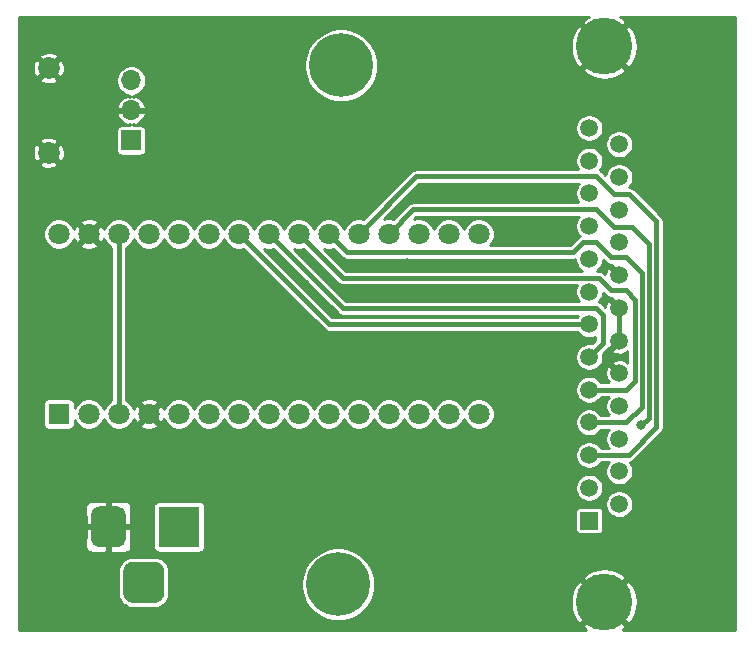
<source format=gbr>
%TF.GenerationSoftware,KiCad,Pcbnew,(5.1.6)-1*%
%TF.CreationDate,2022-10-27T10:48:03-04:00*%
%TF.ProjectId,plipbox-wiretap,706c6970-626f-4782-9d77-697265746170,rev?*%
%TF.SameCoordinates,Original*%
%TF.FileFunction,Copper,L2,Bot*%
%TF.FilePolarity,Positive*%
%FSLAX46Y46*%
G04 Gerber Fmt 4.6, Leading zero omitted, Abs format (unit mm)*
G04 Created by KiCad (PCBNEW (5.1.6)-1) date 2022-10-27 10:48:03*
%MOMM*%
%LPD*%
G01*
G04 APERTURE LIST*
%TA.AperFunction,ComponentPad*%
%ADD10C,5.400000*%
%TD*%
%TA.AperFunction,ComponentPad*%
%ADD11C,0.800000*%
%TD*%
%TA.AperFunction,ComponentPad*%
%ADD12R,1.500000X1.500000*%
%TD*%
%TA.AperFunction,ComponentPad*%
%ADD13C,1.500000*%
%TD*%
%TA.AperFunction,ComponentPad*%
%ADD14C,4.800000*%
%TD*%
%TA.AperFunction,ComponentPad*%
%ADD15R,1.700000X1.700000*%
%TD*%
%TA.AperFunction,ComponentPad*%
%ADD16O,1.700000X1.700000*%
%TD*%
%TA.AperFunction,ComponentPad*%
%ADD17R,3.500000X3.500000*%
%TD*%
%TA.AperFunction,ComponentPad*%
%ADD18C,1.800000*%
%TD*%
%TA.AperFunction,ComponentPad*%
%ADD19R,1.800000X1.800000*%
%TD*%
%TA.AperFunction,ComponentPad*%
%ADD20C,1.850000*%
%TD*%
%TA.AperFunction,ViaPad*%
%ADD21C,0.800000*%
%TD*%
%TA.AperFunction,Conductor*%
%ADD22C,0.400000*%
%TD*%
%TA.AperFunction,Conductor*%
%ADD23C,0.254000*%
%TD*%
G04 APERTURE END LIST*
D10*
%TO.P,REF\u002A\u002A,1*%
%TO.N,N/C*%
X176022000Y-101092000D03*
D11*
X178047000Y-101092000D03*
X177453891Y-102523891D03*
X176022000Y-103117000D03*
X174590109Y-102523891D03*
X173997000Y-101092000D03*
X174590109Y-99660109D03*
X176022000Y-99067000D03*
X177453891Y-99660109D03*
%TD*%
%TO.P,REF\u002A\u002A,1*%
%TO.N,N/C*%
X177707891Y-55718109D03*
X176276000Y-55125000D03*
X174844109Y-55718109D03*
X174251000Y-57150000D03*
X174844109Y-58581891D03*
X176276000Y-59175000D03*
X177707891Y-58581891D03*
X178301000Y-57150000D03*
D10*
X176276000Y-57150000D03*
%TD*%
D12*
%TO.P,J0,1*%
%TO.N,D3*%
X197281800Y-95681800D03*
D13*
%TO.P,J0,2*%
%TO.N,A0*%
X197281800Y-92911800D03*
%TO.P,J0,3*%
%TO.N,A1*%
X197281800Y-90141800D03*
%TO.P,J0,4*%
%TO.N,A2*%
X197281800Y-87371800D03*
%TO.P,J0,5*%
%TO.N,A3*%
X197281800Y-84601800D03*
%TO.P,J0,6*%
%TO.N,A4*%
X197281800Y-81831800D03*
%TO.P,J0,7*%
%TO.N,A5*%
X197281800Y-79061800D03*
%TO.P,J0,8*%
%TO.N,D6*%
X197281800Y-76291800D03*
%TO.P,J0,9*%
%TO.N,D7*%
X197281800Y-73521800D03*
%TO.P,J0,10*%
%TO.N,D8*%
X197281800Y-70751800D03*
%TO.P,J0,11*%
%TO.N,D4*%
X197281800Y-67981800D03*
%TO.P,J0,12*%
%TO.N,D5*%
X197281800Y-65211800D03*
%TO.P,J0,13*%
%TO.N,D9*%
X197281800Y-62441800D03*
%TO.P,J0,14*%
%TO.N,Net-(J0-Pad14)*%
X199821800Y-94296800D03*
%TO.P,J0,15*%
%TO.N,Net-(J0-Pad15)*%
X199821800Y-91526800D03*
%TO.P,J0,16*%
%TO.N,Net-(J0-Pad16)*%
X199821800Y-88756800D03*
%TO.P,J0,17*%
%TO.N,GND*%
X199821800Y-85986800D03*
%TO.P,J0,18*%
X199821800Y-83216800D03*
%TO.P,J0,19*%
X199821800Y-80446800D03*
%TO.P,J0,20*%
X199821800Y-77676800D03*
%TO.P,J0,21*%
X199821800Y-74906800D03*
%TO.P,J0,22*%
X199821800Y-72136800D03*
%TO.P,J0,23*%
%TO.N,Net-(J0-Pad23)*%
X199821800Y-69366800D03*
%TO.P,J0,24*%
%TO.N,Net-(J0-Pad24)*%
X199821800Y-66596800D03*
%TO.P,J0,25*%
%TO.N,Net-(J0-Pad25)*%
X199821800Y-63826800D03*
D14*
%TO.P,J0,MH1*%
%TO.N,GND*%
X198551800Y-102581800D03*
%TO.P,J0,MH2*%
X198551800Y-55541800D03*
%TD*%
D15*
%TO.P,J1,1*%
%TO.N,VCC*%
X158496000Y-63500000D03*
D16*
%TO.P,J1,2*%
%TO.N,GND*%
X158496000Y-60960000D03*
%TO.P,J1,3*%
%TO.N,+5V*%
X158496000Y-58420000D03*
%TD*%
D17*
%TO.P,J3,1*%
%TO.N,VCC*%
X162560000Y-96215200D03*
%TO.P,J3,2*%
%TO.N,GND*%
%TA.AperFunction,ComponentPad*%
G36*
G01*
X155060000Y-97215200D02*
X155060000Y-95215200D01*
G75*
G02*
X155810000Y-94465200I750000J0D01*
G01*
X157310000Y-94465200D01*
G75*
G02*
X158060000Y-95215200I0J-750000D01*
G01*
X158060000Y-97215200D01*
G75*
G02*
X157310000Y-97965200I-750000J0D01*
G01*
X155810000Y-97965200D01*
G75*
G02*
X155060000Y-97215200I0J750000D01*
G01*
G37*
%TD.AperFunction*%
%TO.P,J3,3*%
%TO.N,N/C*%
%TA.AperFunction,ComponentPad*%
G36*
G01*
X157810000Y-101790200D02*
X157810000Y-100040200D01*
G75*
G02*
X158685000Y-99165200I875000J0D01*
G01*
X160435000Y-99165200D01*
G75*
G02*
X161310000Y-100040200I0J-875000D01*
G01*
X161310000Y-101790200D01*
G75*
G02*
X160435000Y-102665200I-875000J0D01*
G01*
X158685000Y-102665200D01*
G75*
G02*
X157810000Y-101790200I0J875000D01*
G01*
G37*
%TD.AperFunction*%
%TD*%
D18*
%TO.P,TB1,30*%
%TO.N,VCC*%
X152374600Y-71424800D03*
%TO.P,TB1,29*%
%TO.N,GND*%
X154914600Y-71424800D03*
%TO.P,TB1,28*%
%TO.N,Net-(TB1-Pad28)*%
X157454600Y-71424800D03*
%TO.P,TB1,27*%
%TO.N,+5V*%
X159994600Y-71424800D03*
%TO.P,TB1,26*%
%TO.N,Net-(TB1-Pad26)*%
X162534600Y-71424800D03*
%TO.P,TB1,25*%
%TO.N,Net-(TB1-Pad25)*%
X165074600Y-71424800D03*
%TO.P,TB1,24*%
%TO.N,A5*%
X167614600Y-71424800D03*
%TO.P,TB1,23*%
%TO.N,A4*%
X170154600Y-71424800D03*
%TO.P,TB1,22*%
%TO.N,A3*%
X172694600Y-71424800D03*
%TO.P,TB1,21*%
%TO.N,A2*%
X175234600Y-71424800D03*
%TO.P,TB1,20*%
%TO.N,A1*%
X177774600Y-71424800D03*
%TO.P,TB1,19*%
%TO.N,A0*%
X180314600Y-71424800D03*
%TO.P,TB1,18*%
%TO.N,Net-(TB1-Pad18)*%
X182854600Y-71424800D03*
%TO.P,TB1,17*%
%TO.N,Net-(TB1-Pad17)*%
X185394600Y-71424800D03*
%TO.P,TB1,16*%
%TO.N,Net-(TB1-Pad16)*%
X187934600Y-71424800D03*
%TO.P,TB1,15*%
%TO.N,Net-(TB1-Pad15)*%
X187934600Y-86664800D03*
%TO.P,TB1,14*%
%TO.N,Net-(TB1-Pad14)*%
X185394600Y-86664800D03*
%TO.P,TB1,13*%
%TO.N,Net-(TB1-Pad13)*%
X182854600Y-86664800D03*
%TO.P,TB1,12*%
%TO.N,D9*%
X180314600Y-86664800D03*
%TO.P,TB1,11*%
%TO.N,D8*%
X177774600Y-86664800D03*
%TO.P,TB1,10*%
%TO.N,D7*%
X175234600Y-86664800D03*
%TO.P,TB1,9*%
%TO.N,D6*%
X172694600Y-86664800D03*
%TO.P,TB1,8*%
%TO.N,D5*%
X170154600Y-86664800D03*
%TO.P,TB1,7*%
%TO.N,D4*%
X167614600Y-86664800D03*
%TO.P,TB1,6*%
%TO.N,D3*%
X165074600Y-86664800D03*
%TO.P,TB1,5*%
%TO.N,Net-(TB1-Pad5)*%
X162534600Y-86664800D03*
%TO.P,TB1,4*%
%TO.N,GND*%
X159994600Y-86664800D03*
%TO.P,TB1,3*%
%TO.N,Net-(TB1-Pad28)*%
X157454600Y-86664800D03*
%TO.P,TB1,2*%
%TO.N,Net-(TB1-Pad2)*%
X154914600Y-86664800D03*
D19*
%TO.P,TB1,1*%
%TO.N,Net-(TB1-Pad1)*%
X152374600Y-86664800D03*
%TD*%
D20*
%TO.P,J2,MH1*%
%TO.N,GND*%
X151511000Y-57385000D03*
%TO.P,J2,MH2*%
X151511000Y-64535000D03*
%TD*%
D21*
%TO.N,A0*%
X201676000Y-87630000D03*
%TO.N,GND*%
X172974000Y-82550000D03*
X175514000Y-82550000D03*
X178054000Y-82550000D03*
X180594000Y-82550000D03*
X183134000Y-82550000D03*
X181864000Y-76454000D03*
X181864000Y-73914000D03*
X190754000Y-71374000D03*
X190754000Y-67818000D03*
X173228000Y-75692000D03*
X195326000Y-80518000D03*
%TD*%
D22*
%TO.N,A0*%
X197853499Y-69342000D02*
X199377499Y-70866000D01*
X202345989Y-72297989D02*
X202345989Y-86960011D01*
X200914000Y-70866000D02*
X202345989Y-72297989D01*
X180314600Y-71424800D02*
X182397400Y-69342000D01*
X199377499Y-70866000D02*
X200914000Y-70866000D01*
X202345989Y-86960011D02*
X201676000Y-87630000D01*
X182397400Y-69342000D02*
X197853499Y-69342000D01*
%TO.N,A1*%
X199390000Y-68072000D02*
X200660000Y-68072000D01*
X200608800Y-90141800D02*
X197281800Y-90141800D01*
X202946000Y-70358000D02*
X202946000Y-87804600D01*
X202946000Y-87804600D02*
X200608800Y-90141800D01*
X200660000Y-68072000D02*
X202946000Y-70358000D01*
X177774600Y-71424800D02*
X182651400Y-66548000D01*
X197866000Y-66548000D02*
X199390000Y-68072000D01*
X182651400Y-66548000D02*
X197866000Y-66548000D01*
%TO.N,A2*%
X199136000Y-73406000D02*
X200406000Y-73406000D01*
X196780799Y-72136000D02*
X197866000Y-72136000D01*
X197866000Y-72136000D02*
X199136000Y-73406000D01*
X201745978Y-86036022D02*
X200410200Y-87371800D01*
X195947000Y-72969799D02*
X196780799Y-72136000D01*
X200406000Y-73406000D02*
X201745978Y-74745978D01*
X200410200Y-87371800D02*
X197281800Y-87371800D01*
X176779599Y-72969799D02*
X195947000Y-72969799D01*
X175234600Y-71424800D02*
X176779599Y-72969799D01*
X201745978Y-74745978D02*
X201745978Y-86036022D01*
%TO.N,A3*%
X199136000Y-76200000D02*
X200353501Y-76200000D01*
X200386200Y-84601800D02*
X197281800Y-84601800D01*
X201145967Y-76992466D02*
X201145967Y-83842033D01*
X198077799Y-75141799D02*
X199136000Y-76200000D01*
X172694600Y-71424800D02*
X176411599Y-75141799D01*
X176411599Y-75141799D02*
X198077799Y-75141799D01*
X200353501Y-76200000D02*
X201145967Y-76992466D01*
X201145967Y-83842033D02*
X200386200Y-84601800D01*
%TO.N,A4*%
X198431801Y-78272800D02*
X198431801Y-80681799D01*
X197883001Y-77724000D02*
X198431801Y-78272800D01*
X198431801Y-80681799D02*
X197281800Y-81831800D01*
X170154600Y-71424800D02*
X176453800Y-77724000D01*
X176453800Y-77724000D02*
X197883001Y-77724000D01*
%TO.N,A5*%
X175251600Y-79061800D02*
X197281800Y-79061800D01*
X167614600Y-71424800D02*
X175251600Y-79061800D01*
%TO.N,GND*%
X199821800Y-77676800D02*
X199821800Y-80446800D01*
%TO.N,Net-(TB1-Pad28)*%
X157454600Y-71424800D02*
X157454600Y-86664800D01*
%TD*%
D23*
%TO.N,GND*%
G36*
X196986505Y-53171292D02*
G01*
X196710509Y-53520904D01*
X198551800Y-55362195D01*
X200393091Y-53520904D01*
X200117095Y-53171292D01*
X199849253Y-53030000D01*
X209606000Y-53030000D01*
X209606001Y-104958000D01*
X200106446Y-104958000D01*
X200117095Y-104952308D01*
X200393091Y-104602696D01*
X198551800Y-102761405D01*
X196710509Y-104602696D01*
X196986505Y-104952308D01*
X196997295Y-104958000D01*
X149042000Y-104958000D01*
X149042000Y-100040200D01*
X157380934Y-100040200D01*
X157380934Y-101790200D01*
X157405991Y-102044611D01*
X157480200Y-102289244D01*
X157600709Y-102514700D01*
X157762886Y-102712314D01*
X157960500Y-102874491D01*
X158185956Y-102995000D01*
X158430589Y-103069209D01*
X158685000Y-103094266D01*
X160435000Y-103094266D01*
X160689411Y-103069209D01*
X160934044Y-102995000D01*
X161159500Y-102874491D01*
X161357114Y-102712314D01*
X161519291Y-102514700D01*
X161639800Y-102289244D01*
X161714009Y-102044611D01*
X161739066Y-101790200D01*
X161739066Y-100784017D01*
X172895000Y-100784017D01*
X172895000Y-101399983D01*
X173015169Y-102004112D01*
X173250889Y-102573190D01*
X173593101Y-103085346D01*
X174028654Y-103520899D01*
X174540810Y-103863111D01*
X175109888Y-104098831D01*
X175714017Y-104219000D01*
X176329983Y-104219000D01*
X176934112Y-104098831D01*
X177503190Y-103863111D01*
X178015346Y-103520899D01*
X178450899Y-103085346D01*
X178777009Y-102597288D01*
X195711164Y-102597288D01*
X195768768Y-103151171D01*
X195933322Y-103683173D01*
X196181292Y-104147095D01*
X196530904Y-104423091D01*
X198372195Y-102581800D01*
X198731405Y-102581800D01*
X200572696Y-104423091D01*
X200922308Y-104147095D01*
X201182133Y-103654555D01*
X201340876Y-103120790D01*
X201392436Y-102566312D01*
X201334832Y-102012429D01*
X201170278Y-101480427D01*
X200922308Y-101016505D01*
X200572696Y-100740509D01*
X198731405Y-102581800D01*
X198372195Y-102581800D01*
X196530904Y-100740509D01*
X196181292Y-101016505D01*
X195921467Y-101509045D01*
X195762724Y-102042810D01*
X195711164Y-102597288D01*
X178777009Y-102597288D01*
X178793111Y-102573190D01*
X179028831Y-102004112D01*
X179149000Y-101399983D01*
X179149000Y-100784017D01*
X179104620Y-100560904D01*
X196710509Y-100560904D01*
X198551800Y-102402195D01*
X200393091Y-100560904D01*
X200117095Y-100211292D01*
X199624555Y-99951467D01*
X199090790Y-99792724D01*
X198536312Y-99741164D01*
X197982429Y-99798768D01*
X197450427Y-99963322D01*
X196986505Y-100211292D01*
X196710509Y-100560904D01*
X179104620Y-100560904D01*
X179028831Y-100179888D01*
X178793111Y-99610810D01*
X178450899Y-99098654D01*
X178015346Y-98663101D01*
X177503190Y-98320889D01*
X176934112Y-98085169D01*
X176329983Y-97965000D01*
X175714017Y-97965000D01*
X175109888Y-98085169D01*
X174540810Y-98320889D01*
X174028654Y-98663101D01*
X173593101Y-99098654D01*
X173250889Y-99610810D01*
X173015169Y-100179888D01*
X172895000Y-100784017D01*
X161739066Y-100784017D01*
X161739066Y-100040200D01*
X161714009Y-99785789D01*
X161639800Y-99541156D01*
X161519291Y-99315700D01*
X161357114Y-99118086D01*
X161159500Y-98955909D01*
X160934044Y-98835400D01*
X160689411Y-98761191D01*
X160435000Y-98736134D01*
X158685000Y-98736134D01*
X158430589Y-98761191D01*
X158185956Y-98835400D01*
X157960500Y-98955909D01*
X157762886Y-99118086D01*
X157600709Y-99315700D01*
X157480200Y-99541156D01*
X157405991Y-99785789D01*
X157380934Y-100040200D01*
X149042000Y-100040200D01*
X149042000Y-97965200D01*
X154630934Y-97965200D01*
X154639178Y-98048907D01*
X154663595Y-98129396D01*
X154703245Y-98203576D01*
X154756605Y-98268595D01*
X154821624Y-98321955D01*
X154895804Y-98361605D01*
X154976293Y-98386022D01*
X155060000Y-98394266D01*
X156326250Y-98392200D01*
X156433000Y-98285450D01*
X156433000Y-96342200D01*
X156687000Y-96342200D01*
X156687000Y-98285450D01*
X156793750Y-98392200D01*
X158060000Y-98394266D01*
X158143707Y-98386022D01*
X158224196Y-98361605D01*
X158298376Y-98321955D01*
X158363395Y-98268595D01*
X158416755Y-98203576D01*
X158456405Y-98129396D01*
X158480822Y-98048907D01*
X158489066Y-97965200D01*
X158487000Y-96448950D01*
X158380250Y-96342200D01*
X156687000Y-96342200D01*
X156433000Y-96342200D01*
X154739750Y-96342200D01*
X154633000Y-96448950D01*
X154630934Y-97965200D01*
X149042000Y-97965200D01*
X149042000Y-94465200D01*
X154630934Y-94465200D01*
X154633000Y-95981450D01*
X154739750Y-96088200D01*
X156433000Y-96088200D01*
X156433000Y-94144950D01*
X156687000Y-94144950D01*
X156687000Y-96088200D01*
X158380250Y-96088200D01*
X158487000Y-95981450D01*
X158489066Y-94465200D01*
X160380934Y-94465200D01*
X160380934Y-97965200D01*
X160389178Y-98048907D01*
X160413595Y-98129396D01*
X160453245Y-98203576D01*
X160506605Y-98268595D01*
X160571624Y-98321955D01*
X160645804Y-98361605D01*
X160726293Y-98386022D01*
X160810000Y-98394266D01*
X164310000Y-98394266D01*
X164393707Y-98386022D01*
X164474196Y-98361605D01*
X164548376Y-98321955D01*
X164613395Y-98268595D01*
X164666755Y-98203576D01*
X164706405Y-98129396D01*
X164730822Y-98048907D01*
X164739066Y-97965200D01*
X164739066Y-94931800D01*
X196102734Y-94931800D01*
X196102734Y-96431800D01*
X196110978Y-96515507D01*
X196135395Y-96595996D01*
X196175045Y-96670176D01*
X196228405Y-96735195D01*
X196293424Y-96788555D01*
X196367604Y-96828205D01*
X196448093Y-96852622D01*
X196531800Y-96860866D01*
X198031800Y-96860866D01*
X198115507Y-96852622D01*
X198195996Y-96828205D01*
X198270176Y-96788555D01*
X198335195Y-96735195D01*
X198388555Y-96670176D01*
X198428205Y-96595996D01*
X198452622Y-96515507D01*
X198460866Y-96431800D01*
X198460866Y-94931800D01*
X198452622Y-94848093D01*
X198428205Y-94767604D01*
X198388555Y-94693424D01*
X198335195Y-94628405D01*
X198270176Y-94575045D01*
X198195996Y-94535395D01*
X198115507Y-94510978D01*
X198031800Y-94502734D01*
X196531800Y-94502734D01*
X196448093Y-94510978D01*
X196367604Y-94535395D01*
X196293424Y-94575045D01*
X196228405Y-94628405D01*
X196175045Y-94693424D01*
X196135395Y-94767604D01*
X196110978Y-94848093D01*
X196102734Y-94931800D01*
X164739066Y-94931800D01*
X164739066Y-94465200D01*
X164730822Y-94381493D01*
X164706405Y-94301004D01*
X164666755Y-94226824D01*
X164629047Y-94180876D01*
X198644800Y-94180876D01*
X198644800Y-94412724D01*
X198690031Y-94640118D01*
X198778756Y-94854319D01*
X198907564Y-95047094D01*
X199071506Y-95211036D01*
X199264281Y-95339844D01*
X199478482Y-95428569D01*
X199705876Y-95473800D01*
X199937724Y-95473800D01*
X200165118Y-95428569D01*
X200379319Y-95339844D01*
X200572094Y-95211036D01*
X200736036Y-95047094D01*
X200864844Y-94854319D01*
X200953569Y-94640118D01*
X200998800Y-94412724D01*
X200998800Y-94180876D01*
X200953569Y-93953482D01*
X200864844Y-93739281D01*
X200736036Y-93546506D01*
X200572094Y-93382564D01*
X200379319Y-93253756D01*
X200165118Y-93165031D01*
X199937724Y-93119800D01*
X199705876Y-93119800D01*
X199478482Y-93165031D01*
X199264281Y-93253756D01*
X199071506Y-93382564D01*
X198907564Y-93546506D01*
X198778756Y-93739281D01*
X198690031Y-93953482D01*
X198644800Y-94180876D01*
X164629047Y-94180876D01*
X164613395Y-94161805D01*
X164548376Y-94108445D01*
X164474196Y-94068795D01*
X164393707Y-94044378D01*
X164310000Y-94036134D01*
X160810000Y-94036134D01*
X160726293Y-94044378D01*
X160645804Y-94068795D01*
X160571624Y-94108445D01*
X160506605Y-94161805D01*
X160453245Y-94226824D01*
X160413595Y-94301004D01*
X160389178Y-94381493D01*
X160380934Y-94465200D01*
X158489066Y-94465200D01*
X158480822Y-94381493D01*
X158456405Y-94301004D01*
X158416755Y-94226824D01*
X158363395Y-94161805D01*
X158298376Y-94108445D01*
X158224196Y-94068795D01*
X158143707Y-94044378D01*
X158060000Y-94036134D01*
X156793750Y-94038200D01*
X156687000Y-94144950D01*
X156433000Y-94144950D01*
X156326250Y-94038200D01*
X155060000Y-94036134D01*
X154976293Y-94044378D01*
X154895804Y-94068795D01*
X154821624Y-94108445D01*
X154756605Y-94161805D01*
X154703245Y-94226824D01*
X154663595Y-94301004D01*
X154639178Y-94381493D01*
X154630934Y-94465200D01*
X149042000Y-94465200D01*
X149042000Y-92795876D01*
X196104800Y-92795876D01*
X196104800Y-93027724D01*
X196150031Y-93255118D01*
X196238756Y-93469319D01*
X196367564Y-93662094D01*
X196531506Y-93826036D01*
X196724281Y-93954844D01*
X196938482Y-94043569D01*
X197165876Y-94088800D01*
X197397724Y-94088800D01*
X197625118Y-94043569D01*
X197839319Y-93954844D01*
X198032094Y-93826036D01*
X198196036Y-93662094D01*
X198324844Y-93469319D01*
X198413569Y-93255118D01*
X198458800Y-93027724D01*
X198458800Y-92795876D01*
X198413569Y-92568482D01*
X198324844Y-92354281D01*
X198196036Y-92161506D01*
X198032094Y-91997564D01*
X197839319Y-91868756D01*
X197625118Y-91780031D01*
X197397724Y-91734800D01*
X197165876Y-91734800D01*
X196938482Y-91780031D01*
X196724281Y-91868756D01*
X196531506Y-91997564D01*
X196367564Y-92161506D01*
X196238756Y-92354281D01*
X196150031Y-92568482D01*
X196104800Y-92795876D01*
X149042000Y-92795876D01*
X149042000Y-85764800D01*
X151045534Y-85764800D01*
X151045534Y-87564800D01*
X151053778Y-87648507D01*
X151078195Y-87728996D01*
X151117845Y-87803176D01*
X151171205Y-87868195D01*
X151236224Y-87921555D01*
X151310404Y-87961205D01*
X151390893Y-87985622D01*
X151474600Y-87993866D01*
X153274600Y-87993866D01*
X153358307Y-87985622D01*
X153438796Y-87961205D01*
X153512976Y-87921555D01*
X153577995Y-87868195D01*
X153631355Y-87803176D01*
X153671005Y-87728996D01*
X153695422Y-87648507D01*
X153703666Y-87564800D01*
X153703666Y-87208964D01*
X153738628Y-87293370D01*
X153883852Y-87510713D01*
X154068687Y-87695548D01*
X154286030Y-87840772D01*
X154527528Y-87940804D01*
X154783902Y-87991800D01*
X155045298Y-87991800D01*
X155301672Y-87940804D01*
X155543170Y-87840772D01*
X155760513Y-87695548D01*
X155945348Y-87510713D01*
X156090572Y-87293370D01*
X156184600Y-87066367D01*
X156278628Y-87293370D01*
X156423852Y-87510713D01*
X156608687Y-87695548D01*
X156826030Y-87840772D01*
X157067528Y-87940804D01*
X157323902Y-87991800D01*
X157585298Y-87991800D01*
X157841672Y-87940804D01*
X158083170Y-87840772D01*
X158300513Y-87695548D01*
X158378732Y-87617329D01*
X159221676Y-87617329D01*
X159317143Y-87813305D01*
X159554222Y-87923402D01*
X159808226Y-87985132D01*
X160069391Y-87996122D01*
X160327681Y-87955950D01*
X160573172Y-87866160D01*
X160672057Y-87813305D01*
X160767524Y-87617329D01*
X159994600Y-86844405D01*
X159221676Y-87617329D01*
X158378732Y-87617329D01*
X158485348Y-87510713D01*
X158630572Y-87293370D01*
X158726671Y-87061368D01*
X158793240Y-87243372D01*
X158846095Y-87342257D01*
X159042071Y-87437724D01*
X159814995Y-86664800D01*
X160174205Y-86664800D01*
X160947129Y-87437724D01*
X161143105Y-87342257D01*
X161253202Y-87105178D01*
X161263361Y-87063376D01*
X161358628Y-87293370D01*
X161503852Y-87510713D01*
X161688687Y-87695548D01*
X161906030Y-87840772D01*
X162147528Y-87940804D01*
X162403902Y-87991800D01*
X162665298Y-87991800D01*
X162921672Y-87940804D01*
X163163170Y-87840772D01*
X163380513Y-87695548D01*
X163565348Y-87510713D01*
X163710572Y-87293370D01*
X163804600Y-87066367D01*
X163898628Y-87293370D01*
X164043852Y-87510713D01*
X164228687Y-87695548D01*
X164446030Y-87840772D01*
X164687528Y-87940804D01*
X164943902Y-87991800D01*
X165205298Y-87991800D01*
X165461672Y-87940804D01*
X165703170Y-87840772D01*
X165920513Y-87695548D01*
X166105348Y-87510713D01*
X166250572Y-87293370D01*
X166344600Y-87066367D01*
X166438628Y-87293370D01*
X166583852Y-87510713D01*
X166768687Y-87695548D01*
X166986030Y-87840772D01*
X167227528Y-87940804D01*
X167483902Y-87991800D01*
X167745298Y-87991800D01*
X168001672Y-87940804D01*
X168243170Y-87840772D01*
X168460513Y-87695548D01*
X168645348Y-87510713D01*
X168790572Y-87293370D01*
X168884600Y-87066367D01*
X168978628Y-87293370D01*
X169123852Y-87510713D01*
X169308687Y-87695548D01*
X169526030Y-87840772D01*
X169767528Y-87940804D01*
X170023902Y-87991800D01*
X170285298Y-87991800D01*
X170541672Y-87940804D01*
X170783170Y-87840772D01*
X171000513Y-87695548D01*
X171185348Y-87510713D01*
X171330572Y-87293370D01*
X171424600Y-87066367D01*
X171518628Y-87293370D01*
X171663852Y-87510713D01*
X171848687Y-87695548D01*
X172066030Y-87840772D01*
X172307528Y-87940804D01*
X172563902Y-87991800D01*
X172825298Y-87991800D01*
X173081672Y-87940804D01*
X173323170Y-87840772D01*
X173540513Y-87695548D01*
X173725348Y-87510713D01*
X173870572Y-87293370D01*
X173964600Y-87066367D01*
X174058628Y-87293370D01*
X174203852Y-87510713D01*
X174388687Y-87695548D01*
X174606030Y-87840772D01*
X174847528Y-87940804D01*
X175103902Y-87991800D01*
X175365298Y-87991800D01*
X175621672Y-87940804D01*
X175863170Y-87840772D01*
X176080513Y-87695548D01*
X176265348Y-87510713D01*
X176410572Y-87293370D01*
X176504600Y-87066367D01*
X176598628Y-87293370D01*
X176743852Y-87510713D01*
X176928687Y-87695548D01*
X177146030Y-87840772D01*
X177387528Y-87940804D01*
X177643902Y-87991800D01*
X177905298Y-87991800D01*
X178161672Y-87940804D01*
X178403170Y-87840772D01*
X178620513Y-87695548D01*
X178805348Y-87510713D01*
X178950572Y-87293370D01*
X179044600Y-87066367D01*
X179138628Y-87293370D01*
X179283852Y-87510713D01*
X179468687Y-87695548D01*
X179686030Y-87840772D01*
X179927528Y-87940804D01*
X180183902Y-87991800D01*
X180445298Y-87991800D01*
X180701672Y-87940804D01*
X180943170Y-87840772D01*
X181160513Y-87695548D01*
X181345348Y-87510713D01*
X181490572Y-87293370D01*
X181584600Y-87066367D01*
X181678628Y-87293370D01*
X181823852Y-87510713D01*
X182008687Y-87695548D01*
X182226030Y-87840772D01*
X182467528Y-87940804D01*
X182723902Y-87991800D01*
X182985298Y-87991800D01*
X183241672Y-87940804D01*
X183483170Y-87840772D01*
X183700513Y-87695548D01*
X183885348Y-87510713D01*
X184030572Y-87293370D01*
X184124600Y-87066367D01*
X184218628Y-87293370D01*
X184363852Y-87510713D01*
X184548687Y-87695548D01*
X184766030Y-87840772D01*
X185007528Y-87940804D01*
X185263902Y-87991800D01*
X185525298Y-87991800D01*
X185781672Y-87940804D01*
X186023170Y-87840772D01*
X186240513Y-87695548D01*
X186425348Y-87510713D01*
X186570572Y-87293370D01*
X186664600Y-87066367D01*
X186758628Y-87293370D01*
X186903852Y-87510713D01*
X187088687Y-87695548D01*
X187306030Y-87840772D01*
X187547528Y-87940804D01*
X187803902Y-87991800D01*
X188065298Y-87991800D01*
X188321672Y-87940804D01*
X188563170Y-87840772D01*
X188780513Y-87695548D01*
X188965348Y-87510713D01*
X189110572Y-87293370D01*
X189210604Y-87051872D01*
X189261600Y-86795498D01*
X189261600Y-86534102D01*
X189210604Y-86277728D01*
X189110572Y-86036230D01*
X188965348Y-85818887D01*
X188780513Y-85634052D01*
X188563170Y-85488828D01*
X188321672Y-85388796D01*
X188065298Y-85337800D01*
X187803902Y-85337800D01*
X187547528Y-85388796D01*
X187306030Y-85488828D01*
X187088687Y-85634052D01*
X186903852Y-85818887D01*
X186758628Y-86036230D01*
X186664600Y-86263233D01*
X186570572Y-86036230D01*
X186425348Y-85818887D01*
X186240513Y-85634052D01*
X186023170Y-85488828D01*
X185781672Y-85388796D01*
X185525298Y-85337800D01*
X185263902Y-85337800D01*
X185007528Y-85388796D01*
X184766030Y-85488828D01*
X184548687Y-85634052D01*
X184363852Y-85818887D01*
X184218628Y-86036230D01*
X184124600Y-86263233D01*
X184030572Y-86036230D01*
X183885348Y-85818887D01*
X183700513Y-85634052D01*
X183483170Y-85488828D01*
X183241672Y-85388796D01*
X182985298Y-85337800D01*
X182723902Y-85337800D01*
X182467528Y-85388796D01*
X182226030Y-85488828D01*
X182008687Y-85634052D01*
X181823852Y-85818887D01*
X181678628Y-86036230D01*
X181584600Y-86263233D01*
X181490572Y-86036230D01*
X181345348Y-85818887D01*
X181160513Y-85634052D01*
X180943170Y-85488828D01*
X180701672Y-85388796D01*
X180445298Y-85337800D01*
X180183902Y-85337800D01*
X179927528Y-85388796D01*
X179686030Y-85488828D01*
X179468687Y-85634052D01*
X179283852Y-85818887D01*
X179138628Y-86036230D01*
X179044600Y-86263233D01*
X178950572Y-86036230D01*
X178805348Y-85818887D01*
X178620513Y-85634052D01*
X178403170Y-85488828D01*
X178161672Y-85388796D01*
X177905298Y-85337800D01*
X177643902Y-85337800D01*
X177387528Y-85388796D01*
X177146030Y-85488828D01*
X176928687Y-85634052D01*
X176743852Y-85818887D01*
X176598628Y-86036230D01*
X176504600Y-86263233D01*
X176410572Y-86036230D01*
X176265348Y-85818887D01*
X176080513Y-85634052D01*
X175863170Y-85488828D01*
X175621672Y-85388796D01*
X175365298Y-85337800D01*
X175103902Y-85337800D01*
X174847528Y-85388796D01*
X174606030Y-85488828D01*
X174388687Y-85634052D01*
X174203852Y-85818887D01*
X174058628Y-86036230D01*
X173964600Y-86263233D01*
X173870572Y-86036230D01*
X173725348Y-85818887D01*
X173540513Y-85634052D01*
X173323170Y-85488828D01*
X173081672Y-85388796D01*
X172825298Y-85337800D01*
X172563902Y-85337800D01*
X172307528Y-85388796D01*
X172066030Y-85488828D01*
X171848687Y-85634052D01*
X171663852Y-85818887D01*
X171518628Y-86036230D01*
X171424600Y-86263233D01*
X171330572Y-86036230D01*
X171185348Y-85818887D01*
X171000513Y-85634052D01*
X170783170Y-85488828D01*
X170541672Y-85388796D01*
X170285298Y-85337800D01*
X170023902Y-85337800D01*
X169767528Y-85388796D01*
X169526030Y-85488828D01*
X169308687Y-85634052D01*
X169123852Y-85818887D01*
X168978628Y-86036230D01*
X168884600Y-86263233D01*
X168790572Y-86036230D01*
X168645348Y-85818887D01*
X168460513Y-85634052D01*
X168243170Y-85488828D01*
X168001672Y-85388796D01*
X167745298Y-85337800D01*
X167483902Y-85337800D01*
X167227528Y-85388796D01*
X166986030Y-85488828D01*
X166768687Y-85634052D01*
X166583852Y-85818887D01*
X166438628Y-86036230D01*
X166344600Y-86263233D01*
X166250572Y-86036230D01*
X166105348Y-85818887D01*
X165920513Y-85634052D01*
X165703170Y-85488828D01*
X165461672Y-85388796D01*
X165205298Y-85337800D01*
X164943902Y-85337800D01*
X164687528Y-85388796D01*
X164446030Y-85488828D01*
X164228687Y-85634052D01*
X164043852Y-85818887D01*
X163898628Y-86036230D01*
X163804600Y-86263233D01*
X163710572Y-86036230D01*
X163565348Y-85818887D01*
X163380513Y-85634052D01*
X163163170Y-85488828D01*
X162921672Y-85388796D01*
X162665298Y-85337800D01*
X162403902Y-85337800D01*
X162147528Y-85388796D01*
X161906030Y-85488828D01*
X161688687Y-85634052D01*
X161503852Y-85818887D01*
X161358628Y-86036230D01*
X161262529Y-86268232D01*
X161195960Y-86086228D01*
X161143105Y-85987343D01*
X160947129Y-85891876D01*
X160174205Y-86664800D01*
X159814995Y-86664800D01*
X159042071Y-85891876D01*
X158846095Y-85987343D01*
X158735998Y-86224422D01*
X158725839Y-86266224D01*
X158630572Y-86036230D01*
X158485348Y-85818887D01*
X158378732Y-85712271D01*
X159221676Y-85712271D01*
X159994600Y-86485195D01*
X160767524Y-85712271D01*
X160672057Y-85516295D01*
X160434978Y-85406198D01*
X160180974Y-85344468D01*
X159919809Y-85333478D01*
X159661519Y-85373650D01*
X159416028Y-85463440D01*
X159317143Y-85516295D01*
X159221676Y-85712271D01*
X158378732Y-85712271D01*
X158300513Y-85634052D01*
X158083170Y-85488828D01*
X158081600Y-85488178D01*
X158081600Y-72601422D01*
X158083170Y-72600772D01*
X158300513Y-72455548D01*
X158485348Y-72270713D01*
X158630572Y-72053370D01*
X158724600Y-71826367D01*
X158818628Y-72053370D01*
X158963852Y-72270713D01*
X159148687Y-72455548D01*
X159366030Y-72600772D01*
X159607528Y-72700804D01*
X159863902Y-72751800D01*
X160125298Y-72751800D01*
X160381672Y-72700804D01*
X160623170Y-72600772D01*
X160840513Y-72455548D01*
X161025348Y-72270713D01*
X161170572Y-72053370D01*
X161264600Y-71826367D01*
X161358628Y-72053370D01*
X161503852Y-72270713D01*
X161688687Y-72455548D01*
X161906030Y-72600772D01*
X162147528Y-72700804D01*
X162403902Y-72751800D01*
X162665298Y-72751800D01*
X162921672Y-72700804D01*
X163163170Y-72600772D01*
X163380513Y-72455548D01*
X163565348Y-72270713D01*
X163710572Y-72053370D01*
X163804600Y-71826367D01*
X163898628Y-72053370D01*
X164043852Y-72270713D01*
X164228687Y-72455548D01*
X164446030Y-72600772D01*
X164687528Y-72700804D01*
X164943902Y-72751800D01*
X165205298Y-72751800D01*
X165461672Y-72700804D01*
X165703170Y-72600772D01*
X165920513Y-72455548D01*
X166105348Y-72270713D01*
X166250572Y-72053370D01*
X166344600Y-71826367D01*
X166438628Y-72053370D01*
X166583852Y-72270713D01*
X166768687Y-72455548D01*
X166986030Y-72600772D01*
X167227528Y-72700804D01*
X167483902Y-72751800D01*
X167745298Y-72751800D01*
X168001672Y-72700804D01*
X168003242Y-72700154D01*
X174786466Y-79483378D01*
X174806099Y-79507301D01*
X174901572Y-79585653D01*
X175010497Y-79643875D01*
X175128687Y-79679727D01*
X175251600Y-79691833D01*
X175282394Y-79688800D01*
X196285182Y-79688800D01*
X196367564Y-79812094D01*
X196531506Y-79976036D01*
X196724281Y-80104844D01*
X196938482Y-80193569D01*
X197165876Y-80238800D01*
X197397724Y-80238800D01*
X197625118Y-80193569D01*
X197804802Y-80119142D01*
X197804802Y-80422086D01*
X197543160Y-80683729D01*
X197397724Y-80654800D01*
X197165876Y-80654800D01*
X196938482Y-80700031D01*
X196724281Y-80788756D01*
X196531506Y-80917564D01*
X196367564Y-81081506D01*
X196238756Y-81274281D01*
X196150031Y-81488482D01*
X196104800Y-81715876D01*
X196104800Y-81947724D01*
X196150031Y-82175118D01*
X196238756Y-82389319D01*
X196367564Y-82582094D01*
X196531506Y-82746036D01*
X196724281Y-82874844D01*
X196938482Y-82963569D01*
X197165876Y-83008800D01*
X197397724Y-83008800D01*
X197625118Y-82963569D01*
X197839319Y-82874844D01*
X198032094Y-82746036D01*
X198196036Y-82582094D01*
X198324844Y-82389319D01*
X198413569Y-82175118D01*
X198458800Y-81947724D01*
X198458800Y-81715876D01*
X198429871Y-81570440D01*
X198853379Y-81146933D01*
X198877302Y-81127300D01*
X198912079Y-81084923D01*
X198976508Y-81112487D01*
X199642195Y-80446800D01*
X199628053Y-80432658D01*
X199807658Y-80253053D01*
X199821800Y-80267195D01*
X199835943Y-80253053D01*
X200015548Y-80432658D01*
X200001405Y-80446800D01*
X200015548Y-80460943D01*
X199835943Y-80640548D01*
X199821800Y-80626405D01*
X199156113Y-81292092D01*
X199233395Y-81472736D01*
X199444851Y-81567815D01*
X199670792Y-81619814D01*
X199902538Y-81626736D01*
X200131180Y-81588312D01*
X200347933Y-81506021D01*
X200410205Y-81472736D01*
X200487486Y-81292093D01*
X200518968Y-81323575D01*
X200518968Y-82340025D01*
X200487486Y-82371507D01*
X200410205Y-82190864D01*
X200198749Y-82095785D01*
X199972808Y-82043786D01*
X199741062Y-82036864D01*
X199512420Y-82075288D01*
X199295667Y-82157579D01*
X199233395Y-82190864D01*
X199156113Y-82371508D01*
X199821800Y-83037195D01*
X199835943Y-83023053D01*
X200015548Y-83202658D01*
X200001405Y-83216800D01*
X200015548Y-83230943D01*
X199835943Y-83410548D01*
X199821800Y-83396405D01*
X199807658Y-83410548D01*
X199628053Y-83230943D01*
X199642195Y-83216800D01*
X198976508Y-82551113D01*
X198795864Y-82628395D01*
X198700785Y-82839851D01*
X198648786Y-83065792D01*
X198641864Y-83297538D01*
X198680288Y-83526180D01*
X198762579Y-83742933D01*
X198795864Y-83805205D01*
X198976507Y-83882486D01*
X198896139Y-83962854D01*
X198908085Y-83974800D01*
X198278418Y-83974800D01*
X198196036Y-83851506D01*
X198032094Y-83687564D01*
X197839319Y-83558756D01*
X197625118Y-83470031D01*
X197397724Y-83424800D01*
X197165876Y-83424800D01*
X196938482Y-83470031D01*
X196724281Y-83558756D01*
X196531506Y-83687564D01*
X196367564Y-83851506D01*
X196238756Y-84044281D01*
X196150031Y-84258482D01*
X196104800Y-84485876D01*
X196104800Y-84717724D01*
X196150031Y-84945118D01*
X196238756Y-85159319D01*
X196367564Y-85352094D01*
X196531506Y-85516036D01*
X196724281Y-85644844D01*
X196938482Y-85733569D01*
X197165876Y-85778800D01*
X197397724Y-85778800D01*
X197625118Y-85733569D01*
X197839319Y-85644844D01*
X198032094Y-85516036D01*
X198196036Y-85352094D01*
X198278418Y-85228800D01*
X198908085Y-85228800D01*
X198896139Y-85240746D01*
X198976507Y-85321114D01*
X198795864Y-85398395D01*
X198700785Y-85609851D01*
X198648786Y-85835792D01*
X198641864Y-86067538D01*
X198680288Y-86296180D01*
X198762579Y-86512933D01*
X198795864Y-86575205D01*
X198976507Y-86652486D01*
X198896139Y-86732854D01*
X198908085Y-86744800D01*
X198278418Y-86744800D01*
X198196036Y-86621506D01*
X198032094Y-86457564D01*
X197839319Y-86328756D01*
X197625118Y-86240031D01*
X197397724Y-86194800D01*
X197165876Y-86194800D01*
X196938482Y-86240031D01*
X196724281Y-86328756D01*
X196531506Y-86457564D01*
X196367564Y-86621506D01*
X196238756Y-86814281D01*
X196150031Y-87028482D01*
X196104800Y-87255876D01*
X196104800Y-87487724D01*
X196150031Y-87715118D01*
X196238756Y-87929319D01*
X196367564Y-88122094D01*
X196531506Y-88286036D01*
X196724281Y-88414844D01*
X196938482Y-88503569D01*
X197165876Y-88548800D01*
X197397724Y-88548800D01*
X197625118Y-88503569D01*
X197839319Y-88414844D01*
X198032094Y-88286036D01*
X198196036Y-88122094D01*
X198278418Y-87998800D01*
X198915270Y-87998800D01*
X198907564Y-88006506D01*
X198778756Y-88199281D01*
X198690031Y-88413482D01*
X198644800Y-88640876D01*
X198644800Y-88872724D01*
X198690031Y-89100118D01*
X198778756Y-89314319D01*
X198907564Y-89507094D01*
X198915270Y-89514800D01*
X198278418Y-89514800D01*
X198196036Y-89391506D01*
X198032094Y-89227564D01*
X197839319Y-89098756D01*
X197625118Y-89010031D01*
X197397724Y-88964800D01*
X197165876Y-88964800D01*
X196938482Y-89010031D01*
X196724281Y-89098756D01*
X196531506Y-89227564D01*
X196367564Y-89391506D01*
X196238756Y-89584281D01*
X196150031Y-89798482D01*
X196104800Y-90025876D01*
X196104800Y-90257724D01*
X196150031Y-90485118D01*
X196238756Y-90699319D01*
X196367564Y-90892094D01*
X196531506Y-91056036D01*
X196724281Y-91184844D01*
X196938482Y-91273569D01*
X197165876Y-91318800D01*
X197397724Y-91318800D01*
X197625118Y-91273569D01*
X197839319Y-91184844D01*
X198032094Y-91056036D01*
X198196036Y-90892094D01*
X198278418Y-90768800D01*
X198915270Y-90768800D01*
X198907564Y-90776506D01*
X198778756Y-90969281D01*
X198690031Y-91183482D01*
X198644800Y-91410876D01*
X198644800Y-91642724D01*
X198690031Y-91870118D01*
X198778756Y-92084319D01*
X198907564Y-92277094D01*
X199071506Y-92441036D01*
X199264281Y-92569844D01*
X199478482Y-92658569D01*
X199705876Y-92703800D01*
X199937724Y-92703800D01*
X200165118Y-92658569D01*
X200379319Y-92569844D01*
X200572094Y-92441036D01*
X200736036Y-92277094D01*
X200864844Y-92084319D01*
X200953569Y-91870118D01*
X200998800Y-91642724D01*
X200998800Y-91410876D01*
X200953569Y-91183482D01*
X200864844Y-90969281D01*
X200736036Y-90776506D01*
X200720374Y-90760844D01*
X200731713Y-90759727D01*
X200849903Y-90723875D01*
X200958828Y-90665653D01*
X201054301Y-90587301D01*
X201073938Y-90563373D01*
X203367578Y-88269734D01*
X203391501Y-88250101D01*
X203469853Y-88154628D01*
X203528075Y-88045703D01*
X203563927Y-87927513D01*
X203573000Y-87835394D01*
X203576033Y-87804600D01*
X203573000Y-87773806D01*
X203573000Y-70388793D01*
X203576033Y-70357999D01*
X203563927Y-70235087D01*
X203537751Y-70148796D01*
X203528075Y-70116897D01*
X203469853Y-70007972D01*
X203391501Y-69912499D01*
X203367579Y-69892867D01*
X201125138Y-67650427D01*
X201105501Y-67626499D01*
X201010028Y-67548147D01*
X200901103Y-67489925D01*
X200782913Y-67454073D01*
X200690794Y-67445000D01*
X200660000Y-67441967D01*
X200639105Y-67444025D01*
X200736036Y-67347094D01*
X200864844Y-67154319D01*
X200953569Y-66940118D01*
X200998800Y-66712724D01*
X200998800Y-66480876D01*
X200953569Y-66253482D01*
X200864844Y-66039281D01*
X200736036Y-65846506D01*
X200572094Y-65682564D01*
X200379319Y-65553756D01*
X200165118Y-65465031D01*
X199937724Y-65419800D01*
X199705876Y-65419800D01*
X199478482Y-65465031D01*
X199264281Y-65553756D01*
X199071506Y-65682564D01*
X198907564Y-65846506D01*
X198778756Y-66039281D01*
X198690031Y-66253482D01*
X198651567Y-66446856D01*
X198331138Y-66126427D01*
X198311501Y-66102499D01*
X198216028Y-66024147D01*
X198162562Y-65995568D01*
X198196036Y-65962094D01*
X198324844Y-65769319D01*
X198413569Y-65555118D01*
X198458800Y-65327724D01*
X198458800Y-65095876D01*
X198413569Y-64868482D01*
X198324844Y-64654281D01*
X198196036Y-64461506D01*
X198032094Y-64297564D01*
X197839319Y-64168756D01*
X197625118Y-64080031D01*
X197397724Y-64034800D01*
X197165876Y-64034800D01*
X196938482Y-64080031D01*
X196724281Y-64168756D01*
X196531506Y-64297564D01*
X196367564Y-64461506D01*
X196238756Y-64654281D01*
X196150031Y-64868482D01*
X196104800Y-65095876D01*
X196104800Y-65327724D01*
X196150031Y-65555118D01*
X196238756Y-65769319D01*
X196340106Y-65921000D01*
X182682194Y-65921000D01*
X182651400Y-65917967D01*
X182620606Y-65921000D01*
X182528487Y-65930073D01*
X182410297Y-65965925D01*
X182301372Y-66024147D01*
X182205899Y-66102499D01*
X182186266Y-66126422D01*
X178163242Y-70149446D01*
X178161672Y-70148796D01*
X177905298Y-70097800D01*
X177643902Y-70097800D01*
X177387528Y-70148796D01*
X177146030Y-70248828D01*
X176928687Y-70394052D01*
X176743852Y-70578887D01*
X176598628Y-70796230D01*
X176504600Y-71023233D01*
X176410572Y-70796230D01*
X176265348Y-70578887D01*
X176080513Y-70394052D01*
X175863170Y-70248828D01*
X175621672Y-70148796D01*
X175365298Y-70097800D01*
X175103902Y-70097800D01*
X174847528Y-70148796D01*
X174606030Y-70248828D01*
X174388687Y-70394052D01*
X174203852Y-70578887D01*
X174058628Y-70796230D01*
X173964600Y-71023233D01*
X173870572Y-70796230D01*
X173725348Y-70578887D01*
X173540513Y-70394052D01*
X173323170Y-70248828D01*
X173081672Y-70148796D01*
X172825298Y-70097800D01*
X172563902Y-70097800D01*
X172307528Y-70148796D01*
X172066030Y-70248828D01*
X171848687Y-70394052D01*
X171663852Y-70578887D01*
X171518628Y-70796230D01*
X171424600Y-71023233D01*
X171330572Y-70796230D01*
X171185348Y-70578887D01*
X171000513Y-70394052D01*
X170783170Y-70248828D01*
X170541672Y-70148796D01*
X170285298Y-70097800D01*
X170023902Y-70097800D01*
X169767528Y-70148796D01*
X169526030Y-70248828D01*
X169308687Y-70394052D01*
X169123852Y-70578887D01*
X168978628Y-70796230D01*
X168884600Y-71023233D01*
X168790572Y-70796230D01*
X168645348Y-70578887D01*
X168460513Y-70394052D01*
X168243170Y-70248828D01*
X168001672Y-70148796D01*
X167745298Y-70097800D01*
X167483902Y-70097800D01*
X167227528Y-70148796D01*
X166986030Y-70248828D01*
X166768687Y-70394052D01*
X166583852Y-70578887D01*
X166438628Y-70796230D01*
X166344600Y-71023233D01*
X166250572Y-70796230D01*
X166105348Y-70578887D01*
X165920513Y-70394052D01*
X165703170Y-70248828D01*
X165461672Y-70148796D01*
X165205298Y-70097800D01*
X164943902Y-70097800D01*
X164687528Y-70148796D01*
X164446030Y-70248828D01*
X164228687Y-70394052D01*
X164043852Y-70578887D01*
X163898628Y-70796230D01*
X163804600Y-71023233D01*
X163710572Y-70796230D01*
X163565348Y-70578887D01*
X163380513Y-70394052D01*
X163163170Y-70248828D01*
X162921672Y-70148796D01*
X162665298Y-70097800D01*
X162403902Y-70097800D01*
X162147528Y-70148796D01*
X161906030Y-70248828D01*
X161688687Y-70394052D01*
X161503852Y-70578887D01*
X161358628Y-70796230D01*
X161264600Y-71023233D01*
X161170572Y-70796230D01*
X161025348Y-70578887D01*
X160840513Y-70394052D01*
X160623170Y-70248828D01*
X160381672Y-70148796D01*
X160125298Y-70097800D01*
X159863902Y-70097800D01*
X159607528Y-70148796D01*
X159366030Y-70248828D01*
X159148687Y-70394052D01*
X158963852Y-70578887D01*
X158818628Y-70796230D01*
X158724600Y-71023233D01*
X158630572Y-70796230D01*
X158485348Y-70578887D01*
X158300513Y-70394052D01*
X158083170Y-70248828D01*
X157841672Y-70148796D01*
X157585298Y-70097800D01*
X157323902Y-70097800D01*
X157067528Y-70148796D01*
X156826030Y-70248828D01*
X156608687Y-70394052D01*
X156423852Y-70578887D01*
X156278628Y-70796230D01*
X156182529Y-71028232D01*
X156115960Y-70846228D01*
X156063105Y-70747343D01*
X155867129Y-70651876D01*
X155094205Y-71424800D01*
X155867129Y-72197724D01*
X156063105Y-72102257D01*
X156173202Y-71865178D01*
X156183361Y-71823376D01*
X156278628Y-72053370D01*
X156423852Y-72270713D01*
X156608687Y-72455548D01*
X156826030Y-72600772D01*
X156827600Y-72601422D01*
X156827601Y-85488177D01*
X156826030Y-85488828D01*
X156608687Y-85634052D01*
X156423852Y-85818887D01*
X156278628Y-86036230D01*
X156184600Y-86263233D01*
X156090572Y-86036230D01*
X155945348Y-85818887D01*
X155760513Y-85634052D01*
X155543170Y-85488828D01*
X155301672Y-85388796D01*
X155045298Y-85337800D01*
X154783902Y-85337800D01*
X154527528Y-85388796D01*
X154286030Y-85488828D01*
X154068687Y-85634052D01*
X153883852Y-85818887D01*
X153738628Y-86036230D01*
X153703666Y-86120636D01*
X153703666Y-85764800D01*
X153695422Y-85681093D01*
X153671005Y-85600604D01*
X153631355Y-85526424D01*
X153577995Y-85461405D01*
X153512976Y-85408045D01*
X153438796Y-85368395D01*
X153358307Y-85343978D01*
X153274600Y-85335734D01*
X151474600Y-85335734D01*
X151390893Y-85343978D01*
X151310404Y-85368395D01*
X151236224Y-85408045D01*
X151171205Y-85461405D01*
X151117845Y-85526424D01*
X151078195Y-85600604D01*
X151053778Y-85681093D01*
X151045534Y-85764800D01*
X149042000Y-85764800D01*
X149042000Y-71294102D01*
X151047600Y-71294102D01*
X151047600Y-71555498D01*
X151098596Y-71811872D01*
X151198628Y-72053370D01*
X151343852Y-72270713D01*
X151528687Y-72455548D01*
X151746030Y-72600772D01*
X151987528Y-72700804D01*
X152243902Y-72751800D01*
X152505298Y-72751800D01*
X152761672Y-72700804D01*
X153003170Y-72600772D01*
X153220513Y-72455548D01*
X153298732Y-72377329D01*
X154141676Y-72377329D01*
X154237143Y-72573305D01*
X154474222Y-72683402D01*
X154728226Y-72745132D01*
X154989391Y-72756122D01*
X155247681Y-72715950D01*
X155493172Y-72626160D01*
X155592057Y-72573305D01*
X155687524Y-72377329D01*
X154914600Y-71604405D01*
X154141676Y-72377329D01*
X153298732Y-72377329D01*
X153405348Y-72270713D01*
X153550572Y-72053370D01*
X153646671Y-71821368D01*
X153713240Y-72003372D01*
X153766095Y-72102257D01*
X153962071Y-72197724D01*
X154734995Y-71424800D01*
X153962071Y-70651876D01*
X153766095Y-70747343D01*
X153655998Y-70984422D01*
X153645839Y-71026224D01*
X153550572Y-70796230D01*
X153405348Y-70578887D01*
X153298732Y-70472271D01*
X154141676Y-70472271D01*
X154914600Y-71245195D01*
X155687524Y-70472271D01*
X155592057Y-70276295D01*
X155354978Y-70166198D01*
X155100974Y-70104468D01*
X154839809Y-70093478D01*
X154581519Y-70133650D01*
X154336028Y-70223440D01*
X154237143Y-70276295D01*
X154141676Y-70472271D01*
X153298732Y-70472271D01*
X153220513Y-70394052D01*
X153003170Y-70248828D01*
X152761672Y-70148796D01*
X152505298Y-70097800D01*
X152243902Y-70097800D01*
X151987528Y-70148796D01*
X151746030Y-70248828D01*
X151528687Y-70394052D01*
X151343852Y-70578887D01*
X151198628Y-70796230D01*
X151098596Y-71037728D01*
X151047600Y-71294102D01*
X149042000Y-71294102D01*
X149042000Y-65505386D01*
X150720219Y-65505386D01*
X150818711Y-65703920D01*
X151060058Y-65816518D01*
X151318734Y-65879868D01*
X151584799Y-65891536D01*
X151848028Y-65851073D01*
X152098305Y-65760034D01*
X152203289Y-65703920D01*
X152301781Y-65505386D01*
X151511000Y-64714605D01*
X150720219Y-65505386D01*
X149042000Y-65505386D01*
X149042000Y-64608799D01*
X150154464Y-64608799D01*
X150194927Y-64872028D01*
X150285966Y-65122305D01*
X150342080Y-65227289D01*
X150540614Y-65325781D01*
X151331395Y-64535000D01*
X151690605Y-64535000D01*
X152481386Y-65325781D01*
X152679920Y-65227289D01*
X152792518Y-64985942D01*
X152855868Y-64727266D01*
X152867536Y-64461201D01*
X152827073Y-64197972D01*
X152736034Y-63947695D01*
X152679920Y-63842711D01*
X152481386Y-63744219D01*
X151690605Y-64535000D01*
X151331395Y-64535000D01*
X150540614Y-63744219D01*
X150342080Y-63842711D01*
X150229482Y-64084058D01*
X150166132Y-64342734D01*
X150154464Y-64608799D01*
X149042000Y-64608799D01*
X149042000Y-63564614D01*
X150720219Y-63564614D01*
X151511000Y-64355395D01*
X152301781Y-63564614D01*
X152203289Y-63366080D01*
X151961942Y-63253482D01*
X151703266Y-63190132D01*
X151437201Y-63178464D01*
X151173972Y-63218927D01*
X150923695Y-63309966D01*
X150818711Y-63366080D01*
X150720219Y-63564614D01*
X149042000Y-63564614D01*
X149042000Y-62650000D01*
X157216934Y-62650000D01*
X157216934Y-64350000D01*
X157225178Y-64433707D01*
X157249595Y-64514196D01*
X157289245Y-64588376D01*
X157342605Y-64653395D01*
X157407624Y-64706755D01*
X157481804Y-64746405D01*
X157562293Y-64770822D01*
X157646000Y-64779066D01*
X159346000Y-64779066D01*
X159429707Y-64770822D01*
X159510196Y-64746405D01*
X159584376Y-64706755D01*
X159649395Y-64653395D01*
X159702755Y-64588376D01*
X159742405Y-64514196D01*
X159766822Y-64433707D01*
X159775066Y-64350000D01*
X159775066Y-63710876D01*
X198644800Y-63710876D01*
X198644800Y-63942724D01*
X198690031Y-64170118D01*
X198778756Y-64384319D01*
X198907564Y-64577094D01*
X199071506Y-64741036D01*
X199264281Y-64869844D01*
X199478482Y-64958569D01*
X199705876Y-65003800D01*
X199937724Y-65003800D01*
X200165118Y-64958569D01*
X200379319Y-64869844D01*
X200572094Y-64741036D01*
X200736036Y-64577094D01*
X200864844Y-64384319D01*
X200953569Y-64170118D01*
X200998800Y-63942724D01*
X200998800Y-63710876D01*
X200953569Y-63483482D01*
X200864844Y-63269281D01*
X200736036Y-63076506D01*
X200572094Y-62912564D01*
X200379319Y-62783756D01*
X200165118Y-62695031D01*
X199937724Y-62649800D01*
X199705876Y-62649800D01*
X199478482Y-62695031D01*
X199264281Y-62783756D01*
X199071506Y-62912564D01*
X198907564Y-63076506D01*
X198778756Y-63269281D01*
X198690031Y-63483482D01*
X198644800Y-63710876D01*
X159775066Y-63710876D01*
X159775066Y-62650000D01*
X159766822Y-62566293D01*
X159742405Y-62485804D01*
X159702755Y-62411624D01*
X159649395Y-62346605D01*
X159624137Y-62325876D01*
X196104800Y-62325876D01*
X196104800Y-62557724D01*
X196150031Y-62785118D01*
X196238756Y-62999319D01*
X196367564Y-63192094D01*
X196531506Y-63356036D01*
X196724281Y-63484844D01*
X196938482Y-63573569D01*
X197165876Y-63618800D01*
X197397724Y-63618800D01*
X197625118Y-63573569D01*
X197839319Y-63484844D01*
X198032094Y-63356036D01*
X198196036Y-63192094D01*
X198324844Y-62999319D01*
X198413569Y-62785118D01*
X198458800Y-62557724D01*
X198458800Y-62325876D01*
X198413569Y-62098482D01*
X198324844Y-61884281D01*
X198196036Y-61691506D01*
X198032094Y-61527564D01*
X197839319Y-61398756D01*
X197625118Y-61310031D01*
X197397724Y-61264800D01*
X197165876Y-61264800D01*
X196938482Y-61310031D01*
X196724281Y-61398756D01*
X196531506Y-61527564D01*
X196367564Y-61691506D01*
X196238756Y-61884281D01*
X196150031Y-62098482D01*
X196104800Y-62325876D01*
X159624137Y-62325876D01*
X159584376Y-62293245D01*
X159510196Y-62253595D01*
X159429707Y-62229178D01*
X159346000Y-62220934D01*
X158623002Y-62220934D01*
X158623002Y-62123926D01*
X158820214Y-62195164D01*
X159054953Y-62108180D01*
X159268212Y-61977072D01*
X159451795Y-61806878D01*
X159598647Y-61604139D01*
X159703125Y-61376646D01*
X159731158Y-61284213D01*
X159659338Y-61087000D01*
X158623000Y-61087000D01*
X158623000Y-61107000D01*
X158369000Y-61107000D01*
X158369000Y-61087000D01*
X157332662Y-61087000D01*
X157260842Y-61284213D01*
X157288875Y-61376646D01*
X157393353Y-61604139D01*
X157540205Y-61806878D01*
X157723788Y-61977072D01*
X157937047Y-62108180D01*
X158171786Y-62195164D01*
X158368998Y-62123926D01*
X158368998Y-62220934D01*
X157646000Y-62220934D01*
X157562293Y-62229178D01*
X157481804Y-62253595D01*
X157407624Y-62293245D01*
X157342605Y-62346605D01*
X157289245Y-62411624D01*
X157249595Y-62485804D01*
X157225178Y-62566293D01*
X157216934Y-62650000D01*
X149042000Y-62650000D01*
X149042000Y-58355386D01*
X150720219Y-58355386D01*
X150818711Y-58553920D01*
X151060058Y-58666518D01*
X151318734Y-58729868D01*
X151584799Y-58741536D01*
X151848028Y-58701073D01*
X152098305Y-58610034D01*
X152203289Y-58553920D01*
X152301781Y-58355386D01*
X152240621Y-58294226D01*
X157219000Y-58294226D01*
X157219000Y-58545774D01*
X157268074Y-58792487D01*
X157364337Y-59024886D01*
X157504089Y-59234040D01*
X157681960Y-59411911D01*
X157891114Y-59551663D01*
X158123513Y-59647926D01*
X158368998Y-59696756D01*
X158368998Y-59796074D01*
X158171786Y-59724836D01*
X157937047Y-59811820D01*
X157723788Y-59942928D01*
X157540205Y-60113122D01*
X157393353Y-60315861D01*
X157288875Y-60543354D01*
X157260842Y-60635787D01*
X157332662Y-60833000D01*
X158369000Y-60833000D01*
X158369000Y-60813000D01*
X158623000Y-60813000D01*
X158623000Y-60833000D01*
X159659338Y-60833000D01*
X159731158Y-60635787D01*
X159703125Y-60543354D01*
X159598647Y-60315861D01*
X159451795Y-60113122D01*
X159268212Y-59942928D01*
X159054953Y-59811820D01*
X158820214Y-59724836D01*
X158623002Y-59796074D01*
X158623002Y-59696756D01*
X158868487Y-59647926D01*
X159100886Y-59551663D01*
X159310040Y-59411911D01*
X159487911Y-59234040D01*
X159627663Y-59024886D01*
X159723926Y-58792487D01*
X159773000Y-58545774D01*
X159773000Y-58294226D01*
X159723926Y-58047513D01*
X159627663Y-57815114D01*
X159487911Y-57605960D01*
X159310040Y-57428089D01*
X159100886Y-57288337D01*
X158868487Y-57192074D01*
X158621774Y-57143000D01*
X158370226Y-57143000D01*
X158123513Y-57192074D01*
X157891114Y-57288337D01*
X157681960Y-57428089D01*
X157504089Y-57605960D01*
X157364337Y-57815114D01*
X157268074Y-58047513D01*
X157219000Y-58294226D01*
X152240621Y-58294226D01*
X151511000Y-57564605D01*
X150720219Y-58355386D01*
X149042000Y-58355386D01*
X149042000Y-57458799D01*
X150154464Y-57458799D01*
X150194927Y-57722028D01*
X150285966Y-57972305D01*
X150342080Y-58077289D01*
X150540614Y-58175781D01*
X151331395Y-57385000D01*
X151690605Y-57385000D01*
X152481386Y-58175781D01*
X152679920Y-58077289D01*
X152792518Y-57835942D01*
X152855868Y-57577266D01*
X152867536Y-57311201D01*
X152827073Y-57047972D01*
X152752157Y-56842017D01*
X173149000Y-56842017D01*
X173149000Y-57457983D01*
X173269169Y-58062112D01*
X173504889Y-58631190D01*
X173847101Y-59143346D01*
X174282654Y-59578899D01*
X174794810Y-59921111D01*
X175363888Y-60156831D01*
X175968017Y-60277000D01*
X176583983Y-60277000D01*
X177188112Y-60156831D01*
X177757190Y-59921111D01*
X178269346Y-59578899D01*
X178704899Y-59143346D01*
X179047111Y-58631190D01*
X179282831Y-58062112D01*
X179382171Y-57562696D01*
X196710509Y-57562696D01*
X196986505Y-57912308D01*
X197479045Y-58172133D01*
X198012810Y-58330876D01*
X198567288Y-58382436D01*
X199121171Y-58324832D01*
X199653173Y-58160278D01*
X200117095Y-57912308D01*
X200393091Y-57562696D01*
X198551800Y-55721405D01*
X196710509Y-57562696D01*
X179382171Y-57562696D01*
X179403000Y-57457983D01*
X179403000Y-56842017D01*
X179282831Y-56237888D01*
X179047111Y-55668810D01*
X178972595Y-55557288D01*
X195711164Y-55557288D01*
X195768768Y-56111171D01*
X195933322Y-56643173D01*
X196181292Y-57107095D01*
X196530904Y-57383091D01*
X198372195Y-55541800D01*
X198731405Y-55541800D01*
X200572696Y-57383091D01*
X200922308Y-57107095D01*
X201182133Y-56614555D01*
X201340876Y-56080790D01*
X201392436Y-55526312D01*
X201334832Y-54972429D01*
X201170278Y-54440427D01*
X200922308Y-53976505D01*
X200572696Y-53700509D01*
X198731405Y-55541800D01*
X198372195Y-55541800D01*
X196530904Y-53700509D01*
X196181292Y-53976505D01*
X195921467Y-54469045D01*
X195762724Y-55002810D01*
X195711164Y-55557288D01*
X178972595Y-55557288D01*
X178704899Y-55156654D01*
X178269346Y-54721101D01*
X177757190Y-54378889D01*
X177188112Y-54143169D01*
X176583983Y-54023000D01*
X175968017Y-54023000D01*
X175363888Y-54143169D01*
X174794810Y-54378889D01*
X174282654Y-54721101D01*
X173847101Y-55156654D01*
X173504889Y-55668810D01*
X173269169Y-56237888D01*
X173149000Y-56842017D01*
X152752157Y-56842017D01*
X152736034Y-56797695D01*
X152679920Y-56692711D01*
X152481386Y-56594219D01*
X151690605Y-57385000D01*
X151331395Y-57385000D01*
X150540614Y-56594219D01*
X150342080Y-56692711D01*
X150229482Y-56934058D01*
X150166132Y-57192734D01*
X150154464Y-57458799D01*
X149042000Y-57458799D01*
X149042000Y-56414614D01*
X150720219Y-56414614D01*
X151511000Y-57205395D01*
X152301781Y-56414614D01*
X152203289Y-56216080D01*
X151961942Y-56103482D01*
X151703266Y-56040132D01*
X151437201Y-56028464D01*
X151173972Y-56068927D01*
X150923695Y-56159966D01*
X150818711Y-56216080D01*
X150720219Y-56414614D01*
X149042000Y-56414614D01*
X149042000Y-53030000D01*
X197250845Y-53030000D01*
X196986505Y-53171292D01*
G37*
X196986505Y-53171292D02*
X196710509Y-53520904D01*
X198551800Y-55362195D01*
X200393091Y-53520904D01*
X200117095Y-53171292D01*
X199849253Y-53030000D01*
X209606000Y-53030000D01*
X209606001Y-104958000D01*
X200106446Y-104958000D01*
X200117095Y-104952308D01*
X200393091Y-104602696D01*
X198551800Y-102761405D01*
X196710509Y-104602696D01*
X196986505Y-104952308D01*
X196997295Y-104958000D01*
X149042000Y-104958000D01*
X149042000Y-100040200D01*
X157380934Y-100040200D01*
X157380934Y-101790200D01*
X157405991Y-102044611D01*
X157480200Y-102289244D01*
X157600709Y-102514700D01*
X157762886Y-102712314D01*
X157960500Y-102874491D01*
X158185956Y-102995000D01*
X158430589Y-103069209D01*
X158685000Y-103094266D01*
X160435000Y-103094266D01*
X160689411Y-103069209D01*
X160934044Y-102995000D01*
X161159500Y-102874491D01*
X161357114Y-102712314D01*
X161519291Y-102514700D01*
X161639800Y-102289244D01*
X161714009Y-102044611D01*
X161739066Y-101790200D01*
X161739066Y-100784017D01*
X172895000Y-100784017D01*
X172895000Y-101399983D01*
X173015169Y-102004112D01*
X173250889Y-102573190D01*
X173593101Y-103085346D01*
X174028654Y-103520899D01*
X174540810Y-103863111D01*
X175109888Y-104098831D01*
X175714017Y-104219000D01*
X176329983Y-104219000D01*
X176934112Y-104098831D01*
X177503190Y-103863111D01*
X178015346Y-103520899D01*
X178450899Y-103085346D01*
X178777009Y-102597288D01*
X195711164Y-102597288D01*
X195768768Y-103151171D01*
X195933322Y-103683173D01*
X196181292Y-104147095D01*
X196530904Y-104423091D01*
X198372195Y-102581800D01*
X198731405Y-102581800D01*
X200572696Y-104423091D01*
X200922308Y-104147095D01*
X201182133Y-103654555D01*
X201340876Y-103120790D01*
X201392436Y-102566312D01*
X201334832Y-102012429D01*
X201170278Y-101480427D01*
X200922308Y-101016505D01*
X200572696Y-100740509D01*
X198731405Y-102581800D01*
X198372195Y-102581800D01*
X196530904Y-100740509D01*
X196181292Y-101016505D01*
X195921467Y-101509045D01*
X195762724Y-102042810D01*
X195711164Y-102597288D01*
X178777009Y-102597288D01*
X178793111Y-102573190D01*
X179028831Y-102004112D01*
X179149000Y-101399983D01*
X179149000Y-100784017D01*
X179104620Y-100560904D01*
X196710509Y-100560904D01*
X198551800Y-102402195D01*
X200393091Y-100560904D01*
X200117095Y-100211292D01*
X199624555Y-99951467D01*
X199090790Y-99792724D01*
X198536312Y-99741164D01*
X197982429Y-99798768D01*
X197450427Y-99963322D01*
X196986505Y-100211292D01*
X196710509Y-100560904D01*
X179104620Y-100560904D01*
X179028831Y-100179888D01*
X178793111Y-99610810D01*
X178450899Y-99098654D01*
X178015346Y-98663101D01*
X177503190Y-98320889D01*
X176934112Y-98085169D01*
X176329983Y-97965000D01*
X175714017Y-97965000D01*
X175109888Y-98085169D01*
X174540810Y-98320889D01*
X174028654Y-98663101D01*
X173593101Y-99098654D01*
X173250889Y-99610810D01*
X173015169Y-100179888D01*
X172895000Y-100784017D01*
X161739066Y-100784017D01*
X161739066Y-100040200D01*
X161714009Y-99785789D01*
X161639800Y-99541156D01*
X161519291Y-99315700D01*
X161357114Y-99118086D01*
X161159500Y-98955909D01*
X160934044Y-98835400D01*
X160689411Y-98761191D01*
X160435000Y-98736134D01*
X158685000Y-98736134D01*
X158430589Y-98761191D01*
X158185956Y-98835400D01*
X157960500Y-98955909D01*
X157762886Y-99118086D01*
X157600709Y-99315700D01*
X157480200Y-99541156D01*
X157405991Y-99785789D01*
X157380934Y-100040200D01*
X149042000Y-100040200D01*
X149042000Y-97965200D01*
X154630934Y-97965200D01*
X154639178Y-98048907D01*
X154663595Y-98129396D01*
X154703245Y-98203576D01*
X154756605Y-98268595D01*
X154821624Y-98321955D01*
X154895804Y-98361605D01*
X154976293Y-98386022D01*
X155060000Y-98394266D01*
X156326250Y-98392200D01*
X156433000Y-98285450D01*
X156433000Y-96342200D01*
X156687000Y-96342200D01*
X156687000Y-98285450D01*
X156793750Y-98392200D01*
X158060000Y-98394266D01*
X158143707Y-98386022D01*
X158224196Y-98361605D01*
X158298376Y-98321955D01*
X158363395Y-98268595D01*
X158416755Y-98203576D01*
X158456405Y-98129396D01*
X158480822Y-98048907D01*
X158489066Y-97965200D01*
X158487000Y-96448950D01*
X158380250Y-96342200D01*
X156687000Y-96342200D01*
X156433000Y-96342200D01*
X154739750Y-96342200D01*
X154633000Y-96448950D01*
X154630934Y-97965200D01*
X149042000Y-97965200D01*
X149042000Y-94465200D01*
X154630934Y-94465200D01*
X154633000Y-95981450D01*
X154739750Y-96088200D01*
X156433000Y-96088200D01*
X156433000Y-94144950D01*
X156687000Y-94144950D01*
X156687000Y-96088200D01*
X158380250Y-96088200D01*
X158487000Y-95981450D01*
X158489066Y-94465200D01*
X160380934Y-94465200D01*
X160380934Y-97965200D01*
X160389178Y-98048907D01*
X160413595Y-98129396D01*
X160453245Y-98203576D01*
X160506605Y-98268595D01*
X160571624Y-98321955D01*
X160645804Y-98361605D01*
X160726293Y-98386022D01*
X160810000Y-98394266D01*
X164310000Y-98394266D01*
X164393707Y-98386022D01*
X164474196Y-98361605D01*
X164548376Y-98321955D01*
X164613395Y-98268595D01*
X164666755Y-98203576D01*
X164706405Y-98129396D01*
X164730822Y-98048907D01*
X164739066Y-97965200D01*
X164739066Y-94931800D01*
X196102734Y-94931800D01*
X196102734Y-96431800D01*
X196110978Y-96515507D01*
X196135395Y-96595996D01*
X196175045Y-96670176D01*
X196228405Y-96735195D01*
X196293424Y-96788555D01*
X196367604Y-96828205D01*
X196448093Y-96852622D01*
X196531800Y-96860866D01*
X198031800Y-96860866D01*
X198115507Y-96852622D01*
X198195996Y-96828205D01*
X198270176Y-96788555D01*
X198335195Y-96735195D01*
X198388555Y-96670176D01*
X198428205Y-96595996D01*
X198452622Y-96515507D01*
X198460866Y-96431800D01*
X198460866Y-94931800D01*
X198452622Y-94848093D01*
X198428205Y-94767604D01*
X198388555Y-94693424D01*
X198335195Y-94628405D01*
X198270176Y-94575045D01*
X198195996Y-94535395D01*
X198115507Y-94510978D01*
X198031800Y-94502734D01*
X196531800Y-94502734D01*
X196448093Y-94510978D01*
X196367604Y-94535395D01*
X196293424Y-94575045D01*
X196228405Y-94628405D01*
X196175045Y-94693424D01*
X196135395Y-94767604D01*
X196110978Y-94848093D01*
X196102734Y-94931800D01*
X164739066Y-94931800D01*
X164739066Y-94465200D01*
X164730822Y-94381493D01*
X164706405Y-94301004D01*
X164666755Y-94226824D01*
X164629047Y-94180876D01*
X198644800Y-94180876D01*
X198644800Y-94412724D01*
X198690031Y-94640118D01*
X198778756Y-94854319D01*
X198907564Y-95047094D01*
X199071506Y-95211036D01*
X199264281Y-95339844D01*
X199478482Y-95428569D01*
X199705876Y-95473800D01*
X199937724Y-95473800D01*
X200165118Y-95428569D01*
X200379319Y-95339844D01*
X200572094Y-95211036D01*
X200736036Y-95047094D01*
X200864844Y-94854319D01*
X200953569Y-94640118D01*
X200998800Y-94412724D01*
X200998800Y-94180876D01*
X200953569Y-93953482D01*
X200864844Y-93739281D01*
X200736036Y-93546506D01*
X200572094Y-93382564D01*
X200379319Y-93253756D01*
X200165118Y-93165031D01*
X199937724Y-93119800D01*
X199705876Y-93119800D01*
X199478482Y-93165031D01*
X199264281Y-93253756D01*
X199071506Y-93382564D01*
X198907564Y-93546506D01*
X198778756Y-93739281D01*
X198690031Y-93953482D01*
X198644800Y-94180876D01*
X164629047Y-94180876D01*
X164613395Y-94161805D01*
X164548376Y-94108445D01*
X164474196Y-94068795D01*
X164393707Y-94044378D01*
X164310000Y-94036134D01*
X160810000Y-94036134D01*
X160726293Y-94044378D01*
X160645804Y-94068795D01*
X160571624Y-94108445D01*
X160506605Y-94161805D01*
X160453245Y-94226824D01*
X160413595Y-94301004D01*
X160389178Y-94381493D01*
X160380934Y-94465200D01*
X158489066Y-94465200D01*
X158480822Y-94381493D01*
X158456405Y-94301004D01*
X158416755Y-94226824D01*
X158363395Y-94161805D01*
X158298376Y-94108445D01*
X158224196Y-94068795D01*
X158143707Y-94044378D01*
X158060000Y-94036134D01*
X156793750Y-94038200D01*
X156687000Y-94144950D01*
X156433000Y-94144950D01*
X156326250Y-94038200D01*
X155060000Y-94036134D01*
X154976293Y-94044378D01*
X154895804Y-94068795D01*
X154821624Y-94108445D01*
X154756605Y-94161805D01*
X154703245Y-94226824D01*
X154663595Y-94301004D01*
X154639178Y-94381493D01*
X154630934Y-94465200D01*
X149042000Y-94465200D01*
X149042000Y-92795876D01*
X196104800Y-92795876D01*
X196104800Y-93027724D01*
X196150031Y-93255118D01*
X196238756Y-93469319D01*
X196367564Y-93662094D01*
X196531506Y-93826036D01*
X196724281Y-93954844D01*
X196938482Y-94043569D01*
X197165876Y-94088800D01*
X197397724Y-94088800D01*
X197625118Y-94043569D01*
X197839319Y-93954844D01*
X198032094Y-93826036D01*
X198196036Y-93662094D01*
X198324844Y-93469319D01*
X198413569Y-93255118D01*
X198458800Y-93027724D01*
X198458800Y-92795876D01*
X198413569Y-92568482D01*
X198324844Y-92354281D01*
X198196036Y-92161506D01*
X198032094Y-91997564D01*
X197839319Y-91868756D01*
X197625118Y-91780031D01*
X197397724Y-91734800D01*
X197165876Y-91734800D01*
X196938482Y-91780031D01*
X196724281Y-91868756D01*
X196531506Y-91997564D01*
X196367564Y-92161506D01*
X196238756Y-92354281D01*
X196150031Y-92568482D01*
X196104800Y-92795876D01*
X149042000Y-92795876D01*
X149042000Y-85764800D01*
X151045534Y-85764800D01*
X151045534Y-87564800D01*
X151053778Y-87648507D01*
X151078195Y-87728996D01*
X151117845Y-87803176D01*
X151171205Y-87868195D01*
X151236224Y-87921555D01*
X151310404Y-87961205D01*
X151390893Y-87985622D01*
X151474600Y-87993866D01*
X153274600Y-87993866D01*
X153358307Y-87985622D01*
X153438796Y-87961205D01*
X153512976Y-87921555D01*
X153577995Y-87868195D01*
X153631355Y-87803176D01*
X153671005Y-87728996D01*
X153695422Y-87648507D01*
X153703666Y-87564800D01*
X153703666Y-87208964D01*
X153738628Y-87293370D01*
X153883852Y-87510713D01*
X154068687Y-87695548D01*
X154286030Y-87840772D01*
X154527528Y-87940804D01*
X154783902Y-87991800D01*
X155045298Y-87991800D01*
X155301672Y-87940804D01*
X155543170Y-87840772D01*
X155760513Y-87695548D01*
X155945348Y-87510713D01*
X156090572Y-87293370D01*
X156184600Y-87066367D01*
X156278628Y-87293370D01*
X156423852Y-87510713D01*
X156608687Y-87695548D01*
X156826030Y-87840772D01*
X157067528Y-87940804D01*
X157323902Y-87991800D01*
X157585298Y-87991800D01*
X157841672Y-87940804D01*
X158083170Y-87840772D01*
X158300513Y-87695548D01*
X158378732Y-87617329D01*
X159221676Y-87617329D01*
X159317143Y-87813305D01*
X159554222Y-87923402D01*
X159808226Y-87985132D01*
X160069391Y-87996122D01*
X160327681Y-87955950D01*
X160573172Y-87866160D01*
X160672057Y-87813305D01*
X160767524Y-87617329D01*
X159994600Y-86844405D01*
X159221676Y-87617329D01*
X158378732Y-87617329D01*
X158485348Y-87510713D01*
X158630572Y-87293370D01*
X158726671Y-87061368D01*
X158793240Y-87243372D01*
X158846095Y-87342257D01*
X159042071Y-87437724D01*
X159814995Y-86664800D01*
X160174205Y-86664800D01*
X160947129Y-87437724D01*
X161143105Y-87342257D01*
X161253202Y-87105178D01*
X161263361Y-87063376D01*
X161358628Y-87293370D01*
X161503852Y-87510713D01*
X161688687Y-87695548D01*
X161906030Y-87840772D01*
X162147528Y-87940804D01*
X162403902Y-87991800D01*
X162665298Y-87991800D01*
X162921672Y-87940804D01*
X163163170Y-87840772D01*
X163380513Y-87695548D01*
X163565348Y-87510713D01*
X163710572Y-87293370D01*
X163804600Y-87066367D01*
X163898628Y-87293370D01*
X164043852Y-87510713D01*
X164228687Y-87695548D01*
X164446030Y-87840772D01*
X164687528Y-87940804D01*
X164943902Y-87991800D01*
X165205298Y-87991800D01*
X165461672Y-87940804D01*
X165703170Y-87840772D01*
X165920513Y-87695548D01*
X166105348Y-87510713D01*
X166250572Y-87293370D01*
X166344600Y-87066367D01*
X166438628Y-87293370D01*
X166583852Y-87510713D01*
X166768687Y-87695548D01*
X166986030Y-87840772D01*
X167227528Y-87940804D01*
X167483902Y-87991800D01*
X167745298Y-87991800D01*
X168001672Y-87940804D01*
X168243170Y-87840772D01*
X168460513Y-87695548D01*
X168645348Y-87510713D01*
X168790572Y-87293370D01*
X168884600Y-87066367D01*
X168978628Y-87293370D01*
X169123852Y-87510713D01*
X169308687Y-87695548D01*
X169526030Y-87840772D01*
X169767528Y-87940804D01*
X170023902Y-87991800D01*
X170285298Y-87991800D01*
X170541672Y-87940804D01*
X170783170Y-87840772D01*
X171000513Y-87695548D01*
X171185348Y-87510713D01*
X171330572Y-87293370D01*
X171424600Y-87066367D01*
X171518628Y-87293370D01*
X171663852Y-87510713D01*
X171848687Y-87695548D01*
X172066030Y-87840772D01*
X172307528Y-87940804D01*
X172563902Y-87991800D01*
X172825298Y-87991800D01*
X173081672Y-87940804D01*
X173323170Y-87840772D01*
X173540513Y-87695548D01*
X173725348Y-87510713D01*
X173870572Y-87293370D01*
X173964600Y-87066367D01*
X174058628Y-87293370D01*
X174203852Y-87510713D01*
X174388687Y-87695548D01*
X174606030Y-87840772D01*
X174847528Y-87940804D01*
X175103902Y-87991800D01*
X175365298Y-87991800D01*
X175621672Y-87940804D01*
X175863170Y-87840772D01*
X176080513Y-87695548D01*
X176265348Y-87510713D01*
X176410572Y-87293370D01*
X176504600Y-87066367D01*
X176598628Y-87293370D01*
X176743852Y-87510713D01*
X176928687Y-87695548D01*
X177146030Y-87840772D01*
X177387528Y-87940804D01*
X177643902Y-87991800D01*
X177905298Y-87991800D01*
X178161672Y-87940804D01*
X178403170Y-87840772D01*
X178620513Y-87695548D01*
X178805348Y-87510713D01*
X178950572Y-87293370D01*
X179044600Y-87066367D01*
X179138628Y-87293370D01*
X179283852Y-87510713D01*
X179468687Y-87695548D01*
X179686030Y-87840772D01*
X179927528Y-87940804D01*
X180183902Y-87991800D01*
X180445298Y-87991800D01*
X180701672Y-87940804D01*
X180943170Y-87840772D01*
X181160513Y-87695548D01*
X181345348Y-87510713D01*
X181490572Y-87293370D01*
X181584600Y-87066367D01*
X181678628Y-87293370D01*
X181823852Y-87510713D01*
X182008687Y-87695548D01*
X182226030Y-87840772D01*
X182467528Y-87940804D01*
X182723902Y-87991800D01*
X182985298Y-87991800D01*
X183241672Y-87940804D01*
X183483170Y-87840772D01*
X183700513Y-87695548D01*
X183885348Y-87510713D01*
X184030572Y-87293370D01*
X184124600Y-87066367D01*
X184218628Y-87293370D01*
X184363852Y-87510713D01*
X184548687Y-87695548D01*
X184766030Y-87840772D01*
X185007528Y-87940804D01*
X185263902Y-87991800D01*
X185525298Y-87991800D01*
X185781672Y-87940804D01*
X186023170Y-87840772D01*
X186240513Y-87695548D01*
X186425348Y-87510713D01*
X186570572Y-87293370D01*
X186664600Y-87066367D01*
X186758628Y-87293370D01*
X186903852Y-87510713D01*
X187088687Y-87695548D01*
X187306030Y-87840772D01*
X187547528Y-87940804D01*
X187803902Y-87991800D01*
X188065298Y-87991800D01*
X188321672Y-87940804D01*
X188563170Y-87840772D01*
X188780513Y-87695548D01*
X188965348Y-87510713D01*
X189110572Y-87293370D01*
X189210604Y-87051872D01*
X189261600Y-86795498D01*
X189261600Y-86534102D01*
X189210604Y-86277728D01*
X189110572Y-86036230D01*
X188965348Y-85818887D01*
X188780513Y-85634052D01*
X188563170Y-85488828D01*
X188321672Y-85388796D01*
X188065298Y-85337800D01*
X187803902Y-85337800D01*
X187547528Y-85388796D01*
X187306030Y-85488828D01*
X187088687Y-85634052D01*
X186903852Y-85818887D01*
X186758628Y-86036230D01*
X186664600Y-86263233D01*
X186570572Y-86036230D01*
X186425348Y-85818887D01*
X186240513Y-85634052D01*
X186023170Y-85488828D01*
X185781672Y-85388796D01*
X185525298Y-85337800D01*
X185263902Y-85337800D01*
X185007528Y-85388796D01*
X184766030Y-85488828D01*
X184548687Y-85634052D01*
X184363852Y-85818887D01*
X184218628Y-86036230D01*
X184124600Y-86263233D01*
X184030572Y-86036230D01*
X183885348Y-85818887D01*
X183700513Y-85634052D01*
X183483170Y-85488828D01*
X183241672Y-85388796D01*
X182985298Y-85337800D01*
X182723902Y-85337800D01*
X182467528Y-85388796D01*
X182226030Y-85488828D01*
X182008687Y-85634052D01*
X181823852Y-85818887D01*
X181678628Y-86036230D01*
X181584600Y-86263233D01*
X181490572Y-86036230D01*
X181345348Y-85818887D01*
X181160513Y-85634052D01*
X180943170Y-85488828D01*
X180701672Y-85388796D01*
X180445298Y-85337800D01*
X180183902Y-85337800D01*
X179927528Y-85388796D01*
X179686030Y-85488828D01*
X179468687Y-85634052D01*
X179283852Y-85818887D01*
X179138628Y-86036230D01*
X179044600Y-86263233D01*
X178950572Y-86036230D01*
X178805348Y-85818887D01*
X178620513Y-85634052D01*
X178403170Y-85488828D01*
X178161672Y-85388796D01*
X177905298Y-85337800D01*
X177643902Y-85337800D01*
X177387528Y-85388796D01*
X177146030Y-85488828D01*
X176928687Y-85634052D01*
X176743852Y-85818887D01*
X176598628Y-86036230D01*
X176504600Y-86263233D01*
X176410572Y-86036230D01*
X176265348Y-85818887D01*
X176080513Y-85634052D01*
X175863170Y-85488828D01*
X175621672Y-85388796D01*
X175365298Y-85337800D01*
X175103902Y-85337800D01*
X174847528Y-85388796D01*
X174606030Y-85488828D01*
X174388687Y-85634052D01*
X174203852Y-85818887D01*
X174058628Y-86036230D01*
X173964600Y-86263233D01*
X173870572Y-86036230D01*
X173725348Y-85818887D01*
X173540513Y-85634052D01*
X173323170Y-85488828D01*
X173081672Y-85388796D01*
X172825298Y-85337800D01*
X172563902Y-85337800D01*
X172307528Y-85388796D01*
X172066030Y-85488828D01*
X171848687Y-85634052D01*
X171663852Y-85818887D01*
X171518628Y-86036230D01*
X171424600Y-86263233D01*
X171330572Y-86036230D01*
X171185348Y-85818887D01*
X171000513Y-85634052D01*
X170783170Y-85488828D01*
X170541672Y-85388796D01*
X170285298Y-85337800D01*
X170023902Y-85337800D01*
X169767528Y-85388796D01*
X169526030Y-85488828D01*
X169308687Y-85634052D01*
X169123852Y-85818887D01*
X168978628Y-86036230D01*
X168884600Y-86263233D01*
X168790572Y-86036230D01*
X168645348Y-85818887D01*
X168460513Y-85634052D01*
X168243170Y-85488828D01*
X168001672Y-85388796D01*
X167745298Y-85337800D01*
X167483902Y-85337800D01*
X167227528Y-85388796D01*
X166986030Y-85488828D01*
X166768687Y-85634052D01*
X166583852Y-85818887D01*
X166438628Y-86036230D01*
X166344600Y-86263233D01*
X166250572Y-86036230D01*
X166105348Y-85818887D01*
X165920513Y-85634052D01*
X165703170Y-85488828D01*
X165461672Y-85388796D01*
X165205298Y-85337800D01*
X164943902Y-85337800D01*
X164687528Y-85388796D01*
X164446030Y-85488828D01*
X164228687Y-85634052D01*
X164043852Y-85818887D01*
X163898628Y-86036230D01*
X163804600Y-86263233D01*
X163710572Y-86036230D01*
X163565348Y-85818887D01*
X163380513Y-85634052D01*
X163163170Y-85488828D01*
X162921672Y-85388796D01*
X162665298Y-85337800D01*
X162403902Y-85337800D01*
X162147528Y-85388796D01*
X161906030Y-85488828D01*
X161688687Y-85634052D01*
X161503852Y-85818887D01*
X161358628Y-86036230D01*
X161262529Y-86268232D01*
X161195960Y-86086228D01*
X161143105Y-85987343D01*
X160947129Y-85891876D01*
X160174205Y-86664800D01*
X159814995Y-86664800D01*
X159042071Y-85891876D01*
X158846095Y-85987343D01*
X158735998Y-86224422D01*
X158725839Y-86266224D01*
X158630572Y-86036230D01*
X158485348Y-85818887D01*
X158378732Y-85712271D01*
X159221676Y-85712271D01*
X159994600Y-86485195D01*
X160767524Y-85712271D01*
X160672057Y-85516295D01*
X160434978Y-85406198D01*
X160180974Y-85344468D01*
X159919809Y-85333478D01*
X159661519Y-85373650D01*
X159416028Y-85463440D01*
X159317143Y-85516295D01*
X159221676Y-85712271D01*
X158378732Y-85712271D01*
X158300513Y-85634052D01*
X158083170Y-85488828D01*
X158081600Y-85488178D01*
X158081600Y-72601422D01*
X158083170Y-72600772D01*
X158300513Y-72455548D01*
X158485348Y-72270713D01*
X158630572Y-72053370D01*
X158724600Y-71826367D01*
X158818628Y-72053370D01*
X158963852Y-72270713D01*
X159148687Y-72455548D01*
X159366030Y-72600772D01*
X159607528Y-72700804D01*
X159863902Y-72751800D01*
X160125298Y-72751800D01*
X160381672Y-72700804D01*
X160623170Y-72600772D01*
X160840513Y-72455548D01*
X161025348Y-72270713D01*
X161170572Y-72053370D01*
X161264600Y-71826367D01*
X161358628Y-72053370D01*
X161503852Y-72270713D01*
X161688687Y-72455548D01*
X161906030Y-72600772D01*
X162147528Y-72700804D01*
X162403902Y-72751800D01*
X162665298Y-72751800D01*
X162921672Y-72700804D01*
X163163170Y-72600772D01*
X163380513Y-72455548D01*
X163565348Y-72270713D01*
X163710572Y-72053370D01*
X163804600Y-71826367D01*
X163898628Y-72053370D01*
X164043852Y-72270713D01*
X164228687Y-72455548D01*
X164446030Y-72600772D01*
X164687528Y-72700804D01*
X164943902Y-72751800D01*
X165205298Y-72751800D01*
X165461672Y-72700804D01*
X165703170Y-72600772D01*
X165920513Y-72455548D01*
X166105348Y-72270713D01*
X166250572Y-72053370D01*
X166344600Y-71826367D01*
X166438628Y-72053370D01*
X166583852Y-72270713D01*
X166768687Y-72455548D01*
X166986030Y-72600772D01*
X167227528Y-72700804D01*
X167483902Y-72751800D01*
X167745298Y-72751800D01*
X168001672Y-72700804D01*
X168003242Y-72700154D01*
X174786466Y-79483378D01*
X174806099Y-79507301D01*
X174901572Y-79585653D01*
X175010497Y-79643875D01*
X175128687Y-79679727D01*
X175251600Y-79691833D01*
X175282394Y-79688800D01*
X196285182Y-79688800D01*
X196367564Y-79812094D01*
X196531506Y-79976036D01*
X196724281Y-80104844D01*
X196938482Y-80193569D01*
X197165876Y-80238800D01*
X197397724Y-80238800D01*
X197625118Y-80193569D01*
X197804802Y-80119142D01*
X197804802Y-80422086D01*
X197543160Y-80683729D01*
X197397724Y-80654800D01*
X197165876Y-80654800D01*
X196938482Y-80700031D01*
X196724281Y-80788756D01*
X196531506Y-80917564D01*
X196367564Y-81081506D01*
X196238756Y-81274281D01*
X196150031Y-81488482D01*
X196104800Y-81715876D01*
X196104800Y-81947724D01*
X196150031Y-82175118D01*
X196238756Y-82389319D01*
X196367564Y-82582094D01*
X196531506Y-82746036D01*
X196724281Y-82874844D01*
X196938482Y-82963569D01*
X197165876Y-83008800D01*
X197397724Y-83008800D01*
X197625118Y-82963569D01*
X197839319Y-82874844D01*
X198032094Y-82746036D01*
X198196036Y-82582094D01*
X198324844Y-82389319D01*
X198413569Y-82175118D01*
X198458800Y-81947724D01*
X198458800Y-81715876D01*
X198429871Y-81570440D01*
X198853379Y-81146933D01*
X198877302Y-81127300D01*
X198912079Y-81084923D01*
X198976508Y-81112487D01*
X199642195Y-80446800D01*
X199628053Y-80432658D01*
X199807658Y-80253053D01*
X199821800Y-80267195D01*
X199835943Y-80253053D01*
X200015548Y-80432658D01*
X200001405Y-80446800D01*
X200015548Y-80460943D01*
X199835943Y-80640548D01*
X199821800Y-80626405D01*
X199156113Y-81292092D01*
X199233395Y-81472736D01*
X199444851Y-81567815D01*
X199670792Y-81619814D01*
X199902538Y-81626736D01*
X200131180Y-81588312D01*
X200347933Y-81506021D01*
X200410205Y-81472736D01*
X200487486Y-81292093D01*
X200518968Y-81323575D01*
X200518968Y-82340025D01*
X200487486Y-82371507D01*
X200410205Y-82190864D01*
X200198749Y-82095785D01*
X199972808Y-82043786D01*
X199741062Y-82036864D01*
X199512420Y-82075288D01*
X199295667Y-82157579D01*
X199233395Y-82190864D01*
X199156113Y-82371508D01*
X199821800Y-83037195D01*
X199835943Y-83023053D01*
X200015548Y-83202658D01*
X200001405Y-83216800D01*
X200015548Y-83230943D01*
X199835943Y-83410548D01*
X199821800Y-83396405D01*
X199807658Y-83410548D01*
X199628053Y-83230943D01*
X199642195Y-83216800D01*
X198976508Y-82551113D01*
X198795864Y-82628395D01*
X198700785Y-82839851D01*
X198648786Y-83065792D01*
X198641864Y-83297538D01*
X198680288Y-83526180D01*
X198762579Y-83742933D01*
X198795864Y-83805205D01*
X198976507Y-83882486D01*
X198896139Y-83962854D01*
X198908085Y-83974800D01*
X198278418Y-83974800D01*
X198196036Y-83851506D01*
X198032094Y-83687564D01*
X197839319Y-83558756D01*
X197625118Y-83470031D01*
X197397724Y-83424800D01*
X197165876Y-83424800D01*
X196938482Y-83470031D01*
X196724281Y-83558756D01*
X196531506Y-83687564D01*
X196367564Y-83851506D01*
X196238756Y-84044281D01*
X196150031Y-84258482D01*
X196104800Y-84485876D01*
X196104800Y-84717724D01*
X196150031Y-84945118D01*
X196238756Y-85159319D01*
X196367564Y-85352094D01*
X196531506Y-85516036D01*
X196724281Y-85644844D01*
X196938482Y-85733569D01*
X197165876Y-85778800D01*
X197397724Y-85778800D01*
X197625118Y-85733569D01*
X197839319Y-85644844D01*
X198032094Y-85516036D01*
X198196036Y-85352094D01*
X198278418Y-85228800D01*
X198908085Y-85228800D01*
X198896139Y-85240746D01*
X198976507Y-85321114D01*
X198795864Y-85398395D01*
X198700785Y-85609851D01*
X198648786Y-85835792D01*
X198641864Y-86067538D01*
X198680288Y-86296180D01*
X198762579Y-86512933D01*
X198795864Y-86575205D01*
X198976507Y-86652486D01*
X198896139Y-86732854D01*
X198908085Y-86744800D01*
X198278418Y-86744800D01*
X198196036Y-86621506D01*
X198032094Y-86457564D01*
X197839319Y-86328756D01*
X197625118Y-86240031D01*
X197397724Y-86194800D01*
X197165876Y-86194800D01*
X196938482Y-86240031D01*
X196724281Y-86328756D01*
X196531506Y-86457564D01*
X196367564Y-86621506D01*
X196238756Y-86814281D01*
X196150031Y-87028482D01*
X196104800Y-87255876D01*
X196104800Y-87487724D01*
X196150031Y-87715118D01*
X196238756Y-87929319D01*
X196367564Y-88122094D01*
X196531506Y-88286036D01*
X196724281Y-88414844D01*
X196938482Y-88503569D01*
X197165876Y-88548800D01*
X197397724Y-88548800D01*
X197625118Y-88503569D01*
X197839319Y-88414844D01*
X198032094Y-88286036D01*
X198196036Y-88122094D01*
X198278418Y-87998800D01*
X198915270Y-87998800D01*
X198907564Y-88006506D01*
X198778756Y-88199281D01*
X198690031Y-88413482D01*
X198644800Y-88640876D01*
X198644800Y-88872724D01*
X198690031Y-89100118D01*
X198778756Y-89314319D01*
X198907564Y-89507094D01*
X198915270Y-89514800D01*
X198278418Y-89514800D01*
X198196036Y-89391506D01*
X198032094Y-89227564D01*
X197839319Y-89098756D01*
X197625118Y-89010031D01*
X197397724Y-88964800D01*
X197165876Y-88964800D01*
X196938482Y-89010031D01*
X196724281Y-89098756D01*
X196531506Y-89227564D01*
X196367564Y-89391506D01*
X196238756Y-89584281D01*
X196150031Y-89798482D01*
X196104800Y-90025876D01*
X196104800Y-90257724D01*
X196150031Y-90485118D01*
X196238756Y-90699319D01*
X196367564Y-90892094D01*
X196531506Y-91056036D01*
X196724281Y-91184844D01*
X196938482Y-91273569D01*
X197165876Y-91318800D01*
X197397724Y-91318800D01*
X197625118Y-91273569D01*
X197839319Y-91184844D01*
X198032094Y-91056036D01*
X198196036Y-90892094D01*
X198278418Y-90768800D01*
X198915270Y-90768800D01*
X198907564Y-90776506D01*
X198778756Y-90969281D01*
X198690031Y-91183482D01*
X198644800Y-91410876D01*
X198644800Y-91642724D01*
X198690031Y-91870118D01*
X198778756Y-92084319D01*
X198907564Y-92277094D01*
X199071506Y-92441036D01*
X199264281Y-92569844D01*
X199478482Y-92658569D01*
X199705876Y-92703800D01*
X199937724Y-92703800D01*
X200165118Y-92658569D01*
X200379319Y-92569844D01*
X200572094Y-92441036D01*
X200736036Y-92277094D01*
X200864844Y-92084319D01*
X200953569Y-91870118D01*
X200998800Y-91642724D01*
X200998800Y-91410876D01*
X200953569Y-91183482D01*
X200864844Y-90969281D01*
X200736036Y-90776506D01*
X200720374Y-90760844D01*
X200731713Y-90759727D01*
X200849903Y-90723875D01*
X200958828Y-90665653D01*
X201054301Y-90587301D01*
X201073938Y-90563373D01*
X203367578Y-88269734D01*
X203391501Y-88250101D01*
X203469853Y-88154628D01*
X203528075Y-88045703D01*
X203563927Y-87927513D01*
X203573000Y-87835394D01*
X203576033Y-87804600D01*
X203573000Y-87773806D01*
X203573000Y-70388793D01*
X203576033Y-70357999D01*
X203563927Y-70235087D01*
X203537751Y-70148796D01*
X203528075Y-70116897D01*
X203469853Y-70007972D01*
X203391501Y-69912499D01*
X203367579Y-69892867D01*
X201125138Y-67650427D01*
X201105501Y-67626499D01*
X201010028Y-67548147D01*
X200901103Y-67489925D01*
X200782913Y-67454073D01*
X200690794Y-67445000D01*
X200660000Y-67441967D01*
X200639105Y-67444025D01*
X200736036Y-67347094D01*
X200864844Y-67154319D01*
X200953569Y-66940118D01*
X200998800Y-66712724D01*
X200998800Y-66480876D01*
X200953569Y-66253482D01*
X200864844Y-66039281D01*
X200736036Y-65846506D01*
X200572094Y-65682564D01*
X200379319Y-65553756D01*
X200165118Y-65465031D01*
X199937724Y-65419800D01*
X199705876Y-65419800D01*
X199478482Y-65465031D01*
X199264281Y-65553756D01*
X199071506Y-65682564D01*
X198907564Y-65846506D01*
X198778756Y-66039281D01*
X198690031Y-66253482D01*
X198651567Y-66446856D01*
X198331138Y-66126427D01*
X198311501Y-66102499D01*
X198216028Y-66024147D01*
X198162562Y-65995568D01*
X198196036Y-65962094D01*
X198324844Y-65769319D01*
X198413569Y-65555118D01*
X198458800Y-65327724D01*
X198458800Y-65095876D01*
X198413569Y-64868482D01*
X198324844Y-64654281D01*
X198196036Y-64461506D01*
X198032094Y-64297564D01*
X197839319Y-64168756D01*
X197625118Y-64080031D01*
X197397724Y-64034800D01*
X197165876Y-64034800D01*
X196938482Y-64080031D01*
X196724281Y-64168756D01*
X196531506Y-64297564D01*
X196367564Y-64461506D01*
X196238756Y-64654281D01*
X196150031Y-64868482D01*
X196104800Y-65095876D01*
X196104800Y-65327724D01*
X196150031Y-65555118D01*
X196238756Y-65769319D01*
X196340106Y-65921000D01*
X182682194Y-65921000D01*
X182651400Y-65917967D01*
X182620606Y-65921000D01*
X182528487Y-65930073D01*
X182410297Y-65965925D01*
X182301372Y-66024147D01*
X182205899Y-66102499D01*
X182186266Y-66126422D01*
X178163242Y-70149446D01*
X178161672Y-70148796D01*
X177905298Y-70097800D01*
X177643902Y-70097800D01*
X177387528Y-70148796D01*
X177146030Y-70248828D01*
X176928687Y-70394052D01*
X176743852Y-70578887D01*
X176598628Y-70796230D01*
X176504600Y-71023233D01*
X176410572Y-70796230D01*
X176265348Y-70578887D01*
X176080513Y-70394052D01*
X175863170Y-70248828D01*
X175621672Y-70148796D01*
X175365298Y-70097800D01*
X175103902Y-70097800D01*
X174847528Y-70148796D01*
X174606030Y-70248828D01*
X174388687Y-70394052D01*
X174203852Y-70578887D01*
X174058628Y-70796230D01*
X173964600Y-71023233D01*
X173870572Y-70796230D01*
X173725348Y-70578887D01*
X173540513Y-70394052D01*
X173323170Y-70248828D01*
X173081672Y-70148796D01*
X172825298Y-70097800D01*
X172563902Y-70097800D01*
X172307528Y-70148796D01*
X172066030Y-70248828D01*
X171848687Y-70394052D01*
X171663852Y-70578887D01*
X171518628Y-70796230D01*
X171424600Y-71023233D01*
X171330572Y-70796230D01*
X171185348Y-70578887D01*
X171000513Y-70394052D01*
X170783170Y-70248828D01*
X170541672Y-70148796D01*
X170285298Y-70097800D01*
X170023902Y-70097800D01*
X169767528Y-70148796D01*
X169526030Y-70248828D01*
X169308687Y-70394052D01*
X169123852Y-70578887D01*
X168978628Y-70796230D01*
X168884600Y-71023233D01*
X168790572Y-70796230D01*
X168645348Y-70578887D01*
X168460513Y-70394052D01*
X168243170Y-70248828D01*
X168001672Y-70148796D01*
X167745298Y-70097800D01*
X167483902Y-70097800D01*
X167227528Y-70148796D01*
X166986030Y-70248828D01*
X166768687Y-70394052D01*
X166583852Y-70578887D01*
X166438628Y-70796230D01*
X166344600Y-71023233D01*
X166250572Y-70796230D01*
X166105348Y-70578887D01*
X165920513Y-70394052D01*
X165703170Y-70248828D01*
X165461672Y-70148796D01*
X165205298Y-70097800D01*
X164943902Y-70097800D01*
X164687528Y-70148796D01*
X164446030Y-70248828D01*
X164228687Y-70394052D01*
X164043852Y-70578887D01*
X163898628Y-70796230D01*
X163804600Y-71023233D01*
X163710572Y-70796230D01*
X163565348Y-70578887D01*
X163380513Y-70394052D01*
X163163170Y-70248828D01*
X162921672Y-70148796D01*
X162665298Y-70097800D01*
X162403902Y-70097800D01*
X162147528Y-70148796D01*
X161906030Y-70248828D01*
X161688687Y-70394052D01*
X161503852Y-70578887D01*
X161358628Y-70796230D01*
X161264600Y-71023233D01*
X161170572Y-70796230D01*
X161025348Y-70578887D01*
X160840513Y-70394052D01*
X160623170Y-70248828D01*
X160381672Y-70148796D01*
X160125298Y-70097800D01*
X159863902Y-70097800D01*
X159607528Y-70148796D01*
X159366030Y-70248828D01*
X159148687Y-70394052D01*
X158963852Y-70578887D01*
X158818628Y-70796230D01*
X158724600Y-71023233D01*
X158630572Y-70796230D01*
X158485348Y-70578887D01*
X158300513Y-70394052D01*
X158083170Y-70248828D01*
X157841672Y-70148796D01*
X157585298Y-70097800D01*
X157323902Y-70097800D01*
X157067528Y-70148796D01*
X156826030Y-70248828D01*
X156608687Y-70394052D01*
X156423852Y-70578887D01*
X156278628Y-70796230D01*
X156182529Y-71028232D01*
X156115960Y-70846228D01*
X156063105Y-70747343D01*
X155867129Y-70651876D01*
X155094205Y-71424800D01*
X155867129Y-72197724D01*
X156063105Y-72102257D01*
X156173202Y-71865178D01*
X156183361Y-71823376D01*
X156278628Y-72053370D01*
X156423852Y-72270713D01*
X156608687Y-72455548D01*
X156826030Y-72600772D01*
X156827600Y-72601422D01*
X156827601Y-85488177D01*
X156826030Y-85488828D01*
X156608687Y-85634052D01*
X156423852Y-85818887D01*
X156278628Y-86036230D01*
X156184600Y-86263233D01*
X156090572Y-86036230D01*
X155945348Y-85818887D01*
X155760513Y-85634052D01*
X155543170Y-85488828D01*
X155301672Y-85388796D01*
X155045298Y-85337800D01*
X154783902Y-85337800D01*
X154527528Y-85388796D01*
X154286030Y-85488828D01*
X154068687Y-85634052D01*
X153883852Y-85818887D01*
X153738628Y-86036230D01*
X153703666Y-86120636D01*
X153703666Y-85764800D01*
X153695422Y-85681093D01*
X153671005Y-85600604D01*
X153631355Y-85526424D01*
X153577995Y-85461405D01*
X153512976Y-85408045D01*
X153438796Y-85368395D01*
X153358307Y-85343978D01*
X153274600Y-85335734D01*
X151474600Y-85335734D01*
X151390893Y-85343978D01*
X151310404Y-85368395D01*
X151236224Y-85408045D01*
X151171205Y-85461405D01*
X151117845Y-85526424D01*
X151078195Y-85600604D01*
X151053778Y-85681093D01*
X151045534Y-85764800D01*
X149042000Y-85764800D01*
X149042000Y-71294102D01*
X151047600Y-71294102D01*
X151047600Y-71555498D01*
X151098596Y-71811872D01*
X151198628Y-72053370D01*
X151343852Y-72270713D01*
X151528687Y-72455548D01*
X151746030Y-72600772D01*
X151987528Y-72700804D01*
X152243902Y-72751800D01*
X152505298Y-72751800D01*
X152761672Y-72700804D01*
X153003170Y-72600772D01*
X153220513Y-72455548D01*
X153298732Y-72377329D01*
X154141676Y-72377329D01*
X154237143Y-72573305D01*
X154474222Y-72683402D01*
X154728226Y-72745132D01*
X154989391Y-72756122D01*
X155247681Y-72715950D01*
X155493172Y-72626160D01*
X155592057Y-72573305D01*
X155687524Y-72377329D01*
X154914600Y-71604405D01*
X154141676Y-72377329D01*
X153298732Y-72377329D01*
X153405348Y-72270713D01*
X153550572Y-72053370D01*
X153646671Y-71821368D01*
X153713240Y-72003372D01*
X153766095Y-72102257D01*
X153962071Y-72197724D01*
X154734995Y-71424800D01*
X153962071Y-70651876D01*
X153766095Y-70747343D01*
X153655998Y-70984422D01*
X153645839Y-71026224D01*
X153550572Y-70796230D01*
X153405348Y-70578887D01*
X153298732Y-70472271D01*
X154141676Y-70472271D01*
X154914600Y-71245195D01*
X155687524Y-70472271D01*
X155592057Y-70276295D01*
X155354978Y-70166198D01*
X155100974Y-70104468D01*
X154839809Y-70093478D01*
X154581519Y-70133650D01*
X154336028Y-70223440D01*
X154237143Y-70276295D01*
X154141676Y-70472271D01*
X153298732Y-70472271D01*
X153220513Y-70394052D01*
X153003170Y-70248828D01*
X152761672Y-70148796D01*
X152505298Y-70097800D01*
X152243902Y-70097800D01*
X151987528Y-70148796D01*
X151746030Y-70248828D01*
X151528687Y-70394052D01*
X151343852Y-70578887D01*
X151198628Y-70796230D01*
X151098596Y-71037728D01*
X151047600Y-71294102D01*
X149042000Y-71294102D01*
X149042000Y-65505386D01*
X150720219Y-65505386D01*
X150818711Y-65703920D01*
X151060058Y-65816518D01*
X151318734Y-65879868D01*
X151584799Y-65891536D01*
X151848028Y-65851073D01*
X152098305Y-65760034D01*
X152203289Y-65703920D01*
X152301781Y-65505386D01*
X151511000Y-64714605D01*
X150720219Y-65505386D01*
X149042000Y-65505386D01*
X149042000Y-64608799D01*
X150154464Y-64608799D01*
X150194927Y-64872028D01*
X150285966Y-65122305D01*
X150342080Y-65227289D01*
X150540614Y-65325781D01*
X151331395Y-64535000D01*
X151690605Y-64535000D01*
X152481386Y-65325781D01*
X152679920Y-65227289D01*
X152792518Y-64985942D01*
X152855868Y-64727266D01*
X152867536Y-64461201D01*
X152827073Y-64197972D01*
X152736034Y-63947695D01*
X152679920Y-63842711D01*
X152481386Y-63744219D01*
X151690605Y-64535000D01*
X151331395Y-64535000D01*
X150540614Y-63744219D01*
X150342080Y-63842711D01*
X150229482Y-64084058D01*
X150166132Y-64342734D01*
X150154464Y-64608799D01*
X149042000Y-64608799D01*
X149042000Y-63564614D01*
X150720219Y-63564614D01*
X151511000Y-64355395D01*
X152301781Y-63564614D01*
X152203289Y-63366080D01*
X151961942Y-63253482D01*
X151703266Y-63190132D01*
X151437201Y-63178464D01*
X151173972Y-63218927D01*
X150923695Y-63309966D01*
X150818711Y-63366080D01*
X150720219Y-63564614D01*
X149042000Y-63564614D01*
X149042000Y-62650000D01*
X157216934Y-62650000D01*
X157216934Y-64350000D01*
X157225178Y-64433707D01*
X157249595Y-64514196D01*
X157289245Y-64588376D01*
X157342605Y-64653395D01*
X157407624Y-64706755D01*
X157481804Y-64746405D01*
X157562293Y-64770822D01*
X157646000Y-64779066D01*
X159346000Y-64779066D01*
X159429707Y-64770822D01*
X159510196Y-64746405D01*
X159584376Y-64706755D01*
X159649395Y-64653395D01*
X159702755Y-64588376D01*
X159742405Y-64514196D01*
X159766822Y-64433707D01*
X159775066Y-64350000D01*
X159775066Y-63710876D01*
X198644800Y-63710876D01*
X198644800Y-63942724D01*
X198690031Y-64170118D01*
X198778756Y-64384319D01*
X198907564Y-64577094D01*
X199071506Y-64741036D01*
X199264281Y-64869844D01*
X199478482Y-64958569D01*
X199705876Y-65003800D01*
X199937724Y-65003800D01*
X200165118Y-64958569D01*
X200379319Y-64869844D01*
X200572094Y-64741036D01*
X200736036Y-64577094D01*
X200864844Y-64384319D01*
X200953569Y-64170118D01*
X200998800Y-63942724D01*
X200998800Y-63710876D01*
X200953569Y-63483482D01*
X200864844Y-63269281D01*
X200736036Y-63076506D01*
X200572094Y-62912564D01*
X200379319Y-62783756D01*
X200165118Y-62695031D01*
X199937724Y-62649800D01*
X199705876Y-62649800D01*
X199478482Y-62695031D01*
X199264281Y-62783756D01*
X199071506Y-62912564D01*
X198907564Y-63076506D01*
X198778756Y-63269281D01*
X198690031Y-63483482D01*
X198644800Y-63710876D01*
X159775066Y-63710876D01*
X159775066Y-62650000D01*
X159766822Y-62566293D01*
X159742405Y-62485804D01*
X159702755Y-62411624D01*
X159649395Y-62346605D01*
X159624137Y-62325876D01*
X196104800Y-62325876D01*
X196104800Y-62557724D01*
X196150031Y-62785118D01*
X196238756Y-62999319D01*
X196367564Y-63192094D01*
X196531506Y-63356036D01*
X196724281Y-63484844D01*
X196938482Y-63573569D01*
X197165876Y-63618800D01*
X197397724Y-63618800D01*
X197625118Y-63573569D01*
X197839319Y-63484844D01*
X198032094Y-63356036D01*
X198196036Y-63192094D01*
X198324844Y-62999319D01*
X198413569Y-62785118D01*
X198458800Y-62557724D01*
X198458800Y-62325876D01*
X198413569Y-62098482D01*
X198324844Y-61884281D01*
X198196036Y-61691506D01*
X198032094Y-61527564D01*
X197839319Y-61398756D01*
X197625118Y-61310031D01*
X197397724Y-61264800D01*
X197165876Y-61264800D01*
X196938482Y-61310031D01*
X196724281Y-61398756D01*
X196531506Y-61527564D01*
X196367564Y-61691506D01*
X196238756Y-61884281D01*
X196150031Y-62098482D01*
X196104800Y-62325876D01*
X159624137Y-62325876D01*
X159584376Y-62293245D01*
X159510196Y-62253595D01*
X159429707Y-62229178D01*
X159346000Y-62220934D01*
X158623002Y-62220934D01*
X158623002Y-62123926D01*
X158820214Y-62195164D01*
X159054953Y-62108180D01*
X159268212Y-61977072D01*
X159451795Y-61806878D01*
X159598647Y-61604139D01*
X159703125Y-61376646D01*
X159731158Y-61284213D01*
X159659338Y-61087000D01*
X158623000Y-61087000D01*
X158623000Y-61107000D01*
X158369000Y-61107000D01*
X158369000Y-61087000D01*
X157332662Y-61087000D01*
X157260842Y-61284213D01*
X157288875Y-61376646D01*
X157393353Y-61604139D01*
X157540205Y-61806878D01*
X157723788Y-61977072D01*
X157937047Y-62108180D01*
X158171786Y-62195164D01*
X158368998Y-62123926D01*
X158368998Y-62220934D01*
X157646000Y-62220934D01*
X157562293Y-62229178D01*
X157481804Y-62253595D01*
X157407624Y-62293245D01*
X157342605Y-62346605D01*
X157289245Y-62411624D01*
X157249595Y-62485804D01*
X157225178Y-62566293D01*
X157216934Y-62650000D01*
X149042000Y-62650000D01*
X149042000Y-58355386D01*
X150720219Y-58355386D01*
X150818711Y-58553920D01*
X151060058Y-58666518D01*
X151318734Y-58729868D01*
X151584799Y-58741536D01*
X151848028Y-58701073D01*
X152098305Y-58610034D01*
X152203289Y-58553920D01*
X152301781Y-58355386D01*
X152240621Y-58294226D01*
X157219000Y-58294226D01*
X157219000Y-58545774D01*
X157268074Y-58792487D01*
X157364337Y-59024886D01*
X157504089Y-59234040D01*
X157681960Y-59411911D01*
X157891114Y-59551663D01*
X158123513Y-59647926D01*
X158368998Y-59696756D01*
X158368998Y-59796074D01*
X158171786Y-59724836D01*
X157937047Y-59811820D01*
X157723788Y-59942928D01*
X157540205Y-60113122D01*
X157393353Y-60315861D01*
X157288875Y-60543354D01*
X157260842Y-60635787D01*
X157332662Y-60833000D01*
X158369000Y-60833000D01*
X158369000Y-60813000D01*
X158623000Y-60813000D01*
X158623000Y-60833000D01*
X159659338Y-60833000D01*
X159731158Y-60635787D01*
X159703125Y-60543354D01*
X159598647Y-60315861D01*
X159451795Y-60113122D01*
X159268212Y-59942928D01*
X159054953Y-59811820D01*
X158820214Y-59724836D01*
X158623002Y-59796074D01*
X158623002Y-59696756D01*
X158868487Y-59647926D01*
X159100886Y-59551663D01*
X159310040Y-59411911D01*
X159487911Y-59234040D01*
X159627663Y-59024886D01*
X159723926Y-58792487D01*
X159773000Y-58545774D01*
X159773000Y-58294226D01*
X159723926Y-58047513D01*
X159627663Y-57815114D01*
X159487911Y-57605960D01*
X159310040Y-57428089D01*
X159100886Y-57288337D01*
X158868487Y-57192074D01*
X158621774Y-57143000D01*
X158370226Y-57143000D01*
X158123513Y-57192074D01*
X157891114Y-57288337D01*
X157681960Y-57428089D01*
X157504089Y-57605960D01*
X157364337Y-57815114D01*
X157268074Y-58047513D01*
X157219000Y-58294226D01*
X152240621Y-58294226D01*
X151511000Y-57564605D01*
X150720219Y-58355386D01*
X149042000Y-58355386D01*
X149042000Y-57458799D01*
X150154464Y-57458799D01*
X150194927Y-57722028D01*
X150285966Y-57972305D01*
X150342080Y-58077289D01*
X150540614Y-58175781D01*
X151331395Y-57385000D01*
X151690605Y-57385000D01*
X152481386Y-58175781D01*
X152679920Y-58077289D01*
X152792518Y-57835942D01*
X152855868Y-57577266D01*
X152867536Y-57311201D01*
X152827073Y-57047972D01*
X152752157Y-56842017D01*
X173149000Y-56842017D01*
X173149000Y-57457983D01*
X173269169Y-58062112D01*
X173504889Y-58631190D01*
X173847101Y-59143346D01*
X174282654Y-59578899D01*
X174794810Y-59921111D01*
X175363888Y-60156831D01*
X175968017Y-60277000D01*
X176583983Y-60277000D01*
X177188112Y-60156831D01*
X177757190Y-59921111D01*
X178269346Y-59578899D01*
X178704899Y-59143346D01*
X179047111Y-58631190D01*
X179282831Y-58062112D01*
X179382171Y-57562696D01*
X196710509Y-57562696D01*
X196986505Y-57912308D01*
X197479045Y-58172133D01*
X198012810Y-58330876D01*
X198567288Y-58382436D01*
X199121171Y-58324832D01*
X199653173Y-58160278D01*
X200117095Y-57912308D01*
X200393091Y-57562696D01*
X198551800Y-55721405D01*
X196710509Y-57562696D01*
X179382171Y-57562696D01*
X179403000Y-57457983D01*
X179403000Y-56842017D01*
X179282831Y-56237888D01*
X179047111Y-55668810D01*
X178972595Y-55557288D01*
X195711164Y-55557288D01*
X195768768Y-56111171D01*
X195933322Y-56643173D01*
X196181292Y-57107095D01*
X196530904Y-57383091D01*
X198372195Y-55541800D01*
X198731405Y-55541800D01*
X200572696Y-57383091D01*
X200922308Y-57107095D01*
X201182133Y-56614555D01*
X201340876Y-56080790D01*
X201392436Y-55526312D01*
X201334832Y-54972429D01*
X201170278Y-54440427D01*
X200922308Y-53976505D01*
X200572696Y-53700509D01*
X198731405Y-55541800D01*
X198372195Y-55541800D01*
X196530904Y-53700509D01*
X196181292Y-53976505D01*
X195921467Y-54469045D01*
X195762724Y-55002810D01*
X195711164Y-55557288D01*
X178972595Y-55557288D01*
X178704899Y-55156654D01*
X178269346Y-54721101D01*
X177757190Y-54378889D01*
X177188112Y-54143169D01*
X176583983Y-54023000D01*
X175968017Y-54023000D01*
X175363888Y-54143169D01*
X174794810Y-54378889D01*
X174282654Y-54721101D01*
X173847101Y-55156654D01*
X173504889Y-55668810D01*
X173269169Y-56237888D01*
X173149000Y-56842017D01*
X152752157Y-56842017D01*
X152736034Y-56797695D01*
X152679920Y-56692711D01*
X152481386Y-56594219D01*
X151690605Y-57385000D01*
X151331395Y-57385000D01*
X150540614Y-56594219D01*
X150342080Y-56692711D01*
X150229482Y-56934058D01*
X150166132Y-57192734D01*
X150154464Y-57458799D01*
X149042000Y-57458799D01*
X149042000Y-56414614D01*
X150720219Y-56414614D01*
X151511000Y-57205395D01*
X152301781Y-56414614D01*
X152203289Y-56216080D01*
X151961942Y-56103482D01*
X151703266Y-56040132D01*
X151437201Y-56028464D01*
X151173972Y-56068927D01*
X150923695Y-56159966D01*
X150818711Y-56216080D01*
X150720219Y-56414614D01*
X149042000Y-56414614D01*
X149042000Y-53030000D01*
X197250845Y-53030000D01*
X196986505Y-53171292D01*
G36*
X200015548Y-85972658D02*
G01*
X200001405Y-85986800D01*
X200015548Y-86000943D01*
X199835943Y-86180548D01*
X199821800Y-86166405D01*
X199807658Y-86180548D01*
X199628053Y-86000943D01*
X199642195Y-85986800D01*
X199628053Y-85972658D01*
X199807658Y-85793053D01*
X199821800Y-85807195D01*
X199835943Y-85793053D01*
X200015548Y-85972658D01*
G37*
X200015548Y-85972658D02*
X200001405Y-85986800D01*
X200015548Y-86000943D01*
X199835943Y-86180548D01*
X199821800Y-86166405D01*
X199807658Y-86180548D01*
X199628053Y-86000943D01*
X199642195Y-85986800D01*
X199628053Y-85972658D01*
X199807658Y-85793053D01*
X199821800Y-85807195D01*
X199835943Y-85793053D01*
X200015548Y-85972658D01*
G36*
X175988666Y-78145578D02*
G01*
X176008299Y-78169501D01*
X176103772Y-78247853D01*
X176212697Y-78306075D01*
X176330887Y-78341927D01*
X176453799Y-78354033D01*
X176484593Y-78351000D01*
X196341175Y-78351000D01*
X196285182Y-78434800D01*
X175511312Y-78434800D01*
X169779745Y-72703234D01*
X170023902Y-72751800D01*
X170285298Y-72751800D01*
X170541672Y-72700804D01*
X170543242Y-72700154D01*
X175988666Y-78145578D01*
G37*
X175988666Y-78145578D02*
X176008299Y-78169501D01*
X176103772Y-78247853D01*
X176212697Y-78306075D01*
X176330887Y-78341927D01*
X176453799Y-78354033D01*
X176484593Y-78351000D01*
X196341175Y-78351000D01*
X196285182Y-78434800D01*
X175511312Y-78434800D01*
X169779745Y-72703234D01*
X170023902Y-72751800D01*
X170285298Y-72751800D01*
X170541672Y-72700804D01*
X170543242Y-72700154D01*
X175988666Y-78145578D01*
G36*
X198670866Y-76621578D02*
G01*
X198690499Y-76645501D01*
X198785972Y-76723853D01*
X198894897Y-76782075D01*
X199013087Y-76817927D01*
X199135999Y-76830033D01*
X199157657Y-76827900D01*
X199156113Y-76831508D01*
X199821800Y-77497195D01*
X199835943Y-77483053D01*
X200015548Y-77662658D01*
X200001405Y-77676800D01*
X200015548Y-77690943D01*
X199835943Y-77870548D01*
X199821800Y-77856405D01*
X199807658Y-77870548D01*
X199628053Y-77690943D01*
X199642195Y-77676800D01*
X198976508Y-77011113D01*
X198795864Y-77088395D01*
X198700785Y-77299851D01*
X198648786Y-77525792D01*
X198646545Y-77600832D01*
X198348139Y-77302427D01*
X198328502Y-77278499D01*
X198233029Y-77200147D01*
X198124104Y-77141925D01*
X198102698Y-77135432D01*
X198196036Y-77042094D01*
X198324844Y-76849319D01*
X198413569Y-76635118D01*
X198458503Y-76409215D01*
X198670866Y-76621578D01*
G37*
X198670866Y-76621578D02*
X198690499Y-76645501D01*
X198785972Y-76723853D01*
X198894897Y-76782075D01*
X199013087Y-76817927D01*
X199135999Y-76830033D01*
X199157657Y-76827900D01*
X199156113Y-76831508D01*
X199821800Y-77497195D01*
X199835943Y-77483053D01*
X200015548Y-77662658D01*
X200001405Y-77676800D01*
X200015548Y-77690943D01*
X199835943Y-77870548D01*
X199821800Y-77856405D01*
X199807658Y-77870548D01*
X199628053Y-77690943D01*
X199642195Y-77676800D01*
X198976508Y-77011113D01*
X198795864Y-77088395D01*
X198700785Y-77299851D01*
X198648786Y-77525792D01*
X198646545Y-77600832D01*
X198348139Y-77302427D01*
X198328502Y-77278499D01*
X198233029Y-77200147D01*
X198124104Y-77141925D01*
X198102698Y-77135432D01*
X198196036Y-77042094D01*
X198324844Y-76849319D01*
X198413569Y-76635118D01*
X198458503Y-76409215D01*
X198670866Y-76621578D01*
G36*
X175946465Y-75563377D02*
G01*
X175966098Y-75587300D01*
X176061571Y-75665652D01*
X176170496Y-75723874D01*
X176288686Y-75759726D01*
X176380805Y-75768799D01*
X176380806Y-75768799D01*
X176411598Y-75771832D01*
X176442390Y-75768799D01*
X196224458Y-75768799D01*
X196150031Y-75948482D01*
X196104800Y-76175876D01*
X196104800Y-76407724D01*
X196150031Y-76635118D01*
X196238756Y-76849319D01*
X196367564Y-77042094D01*
X196422470Y-77097000D01*
X176713512Y-77097000D01*
X172319745Y-72703234D01*
X172563902Y-72751800D01*
X172825298Y-72751800D01*
X173081672Y-72700804D01*
X173083242Y-72700154D01*
X175946465Y-75563377D01*
G37*
X175946465Y-75563377D02*
X175966098Y-75587300D01*
X176061571Y-75665652D01*
X176170496Y-75723874D01*
X176288686Y-75759726D01*
X176380805Y-75768799D01*
X176380806Y-75768799D01*
X176411598Y-75771832D01*
X176442390Y-75768799D01*
X196224458Y-75768799D01*
X196150031Y-75948482D01*
X196104800Y-76175876D01*
X196104800Y-76407724D01*
X196150031Y-76635118D01*
X196238756Y-76849319D01*
X196367564Y-77042094D01*
X196422470Y-77097000D01*
X176713512Y-77097000D01*
X172319745Y-72703234D01*
X172563902Y-72751800D01*
X172825298Y-72751800D01*
X173081672Y-72700804D01*
X173083242Y-72700154D01*
X175946465Y-75563377D01*
G36*
X198670866Y-73827578D02*
G01*
X198690499Y-73851501D01*
X198785972Y-73929853D01*
X198894897Y-73988075D01*
X199013087Y-74023927D01*
X199135999Y-74036033D01*
X199166793Y-74033000D01*
X199168309Y-74033000D01*
X199156113Y-74061508D01*
X199821800Y-74727195D01*
X199835943Y-74713053D01*
X200015548Y-74892658D01*
X200001405Y-74906800D01*
X200015548Y-74920943D01*
X199835943Y-75100548D01*
X199821800Y-75086405D01*
X199807658Y-75100548D01*
X199628053Y-74920943D01*
X199642195Y-74906800D01*
X198976508Y-74241113D01*
X198795864Y-74318395D01*
X198700785Y-74529851D01*
X198648786Y-74755792D01*
X198646748Y-74824036D01*
X198542937Y-74720226D01*
X198523300Y-74696298D01*
X198427827Y-74617946D01*
X198318902Y-74559724D01*
X198200712Y-74523872D01*
X198108593Y-74514799D01*
X198077799Y-74511766D01*
X198047005Y-74514799D01*
X197914217Y-74514799D01*
X198032094Y-74436036D01*
X198196036Y-74272094D01*
X198324844Y-74079319D01*
X198413569Y-73865118D01*
X198458800Y-73637724D01*
X198458800Y-73615512D01*
X198670866Y-73827578D01*
G37*
X198670866Y-73827578D02*
X198690499Y-73851501D01*
X198785972Y-73929853D01*
X198894897Y-73988075D01*
X199013087Y-74023927D01*
X199135999Y-74036033D01*
X199166793Y-74033000D01*
X199168309Y-74033000D01*
X199156113Y-74061508D01*
X199821800Y-74727195D01*
X199835943Y-74713053D01*
X200015548Y-74892658D01*
X200001405Y-74906800D01*
X200015548Y-74920943D01*
X199835943Y-75100548D01*
X199821800Y-75086405D01*
X199807658Y-75100548D01*
X199628053Y-74920943D01*
X199642195Y-74906800D01*
X198976508Y-74241113D01*
X198795864Y-74318395D01*
X198700785Y-74529851D01*
X198648786Y-74755792D01*
X198646748Y-74824036D01*
X198542937Y-74720226D01*
X198523300Y-74696298D01*
X198427827Y-74617946D01*
X198318902Y-74559724D01*
X198200712Y-74523872D01*
X198108593Y-74514799D01*
X198077799Y-74511766D01*
X198047005Y-74514799D01*
X197914217Y-74514799D01*
X198032094Y-74436036D01*
X198196036Y-74272094D01*
X198324844Y-74079319D01*
X198413569Y-73865118D01*
X198458800Y-73637724D01*
X198458800Y-73615512D01*
X198670866Y-73827578D01*
G36*
X176314461Y-73391372D02*
G01*
X176334098Y-73415300D01*
X176429570Y-73493651D01*
X176429571Y-73493652D01*
X176538495Y-73551874D01*
X176656686Y-73587726D01*
X176779599Y-73599832D01*
X176810393Y-73596799D01*
X195916206Y-73596799D01*
X195947000Y-73599832D01*
X195977794Y-73596799D01*
X196069913Y-73587726D01*
X196104800Y-73577143D01*
X196104800Y-73637724D01*
X196150031Y-73865118D01*
X196238756Y-74079319D01*
X196367564Y-74272094D01*
X196531506Y-74436036D01*
X196649383Y-74514799D01*
X176671311Y-74514799D01*
X174859746Y-72703234D01*
X175103902Y-72751800D01*
X175365298Y-72751800D01*
X175621672Y-72700804D01*
X175623242Y-72700153D01*
X176314461Y-73391372D01*
G37*
X176314461Y-73391372D02*
X176334098Y-73415300D01*
X176429570Y-73493651D01*
X176429571Y-73493652D01*
X176538495Y-73551874D01*
X176656686Y-73587726D01*
X176779599Y-73599832D01*
X176810393Y-73596799D01*
X195916206Y-73596799D01*
X195947000Y-73599832D01*
X195977794Y-73596799D01*
X196069913Y-73587726D01*
X196104800Y-73577143D01*
X196104800Y-73637724D01*
X196150031Y-73865118D01*
X196238756Y-74079319D01*
X196367564Y-74272094D01*
X196531506Y-74436036D01*
X196649383Y-74514799D01*
X176671311Y-74514799D01*
X174859746Y-72703234D01*
X175103902Y-72751800D01*
X175365298Y-72751800D01*
X175621672Y-72700804D01*
X175623242Y-72700153D01*
X176314461Y-73391372D01*
G36*
X196367564Y-70001506D02*
G01*
X196238756Y-70194281D01*
X196150031Y-70408482D01*
X196104800Y-70635876D01*
X196104800Y-70867724D01*
X196150031Y-71095118D01*
X196238756Y-71309319D01*
X196367564Y-71502094D01*
X196461299Y-71595829D01*
X196430771Y-71612147D01*
X196335298Y-71690499D01*
X196315665Y-71714422D01*
X195687289Y-72342799D01*
X188893262Y-72342799D01*
X188965348Y-72270713D01*
X189110572Y-72053370D01*
X189210604Y-71811872D01*
X189261600Y-71555498D01*
X189261600Y-71294102D01*
X189210604Y-71037728D01*
X189110572Y-70796230D01*
X188965348Y-70578887D01*
X188780513Y-70394052D01*
X188563170Y-70248828D01*
X188321672Y-70148796D01*
X188065298Y-70097800D01*
X187803902Y-70097800D01*
X187547528Y-70148796D01*
X187306030Y-70248828D01*
X187088687Y-70394052D01*
X186903852Y-70578887D01*
X186758628Y-70796230D01*
X186664600Y-71023233D01*
X186570572Y-70796230D01*
X186425348Y-70578887D01*
X186240513Y-70394052D01*
X186023170Y-70248828D01*
X185781672Y-70148796D01*
X185525298Y-70097800D01*
X185263902Y-70097800D01*
X185007528Y-70148796D01*
X184766030Y-70248828D01*
X184548687Y-70394052D01*
X184363852Y-70578887D01*
X184218628Y-70796230D01*
X184124600Y-71023233D01*
X184030572Y-70796230D01*
X183885348Y-70578887D01*
X183700513Y-70394052D01*
X183483170Y-70248828D01*
X183241672Y-70148796D01*
X182985298Y-70097800D01*
X182723902Y-70097800D01*
X182479746Y-70146366D01*
X182657112Y-69969000D01*
X196400070Y-69969000D01*
X196367564Y-70001506D01*
G37*
X196367564Y-70001506D02*
X196238756Y-70194281D01*
X196150031Y-70408482D01*
X196104800Y-70635876D01*
X196104800Y-70867724D01*
X196150031Y-71095118D01*
X196238756Y-71309319D01*
X196367564Y-71502094D01*
X196461299Y-71595829D01*
X196430771Y-71612147D01*
X196335298Y-71690499D01*
X196315665Y-71714422D01*
X195687289Y-72342799D01*
X188893262Y-72342799D01*
X188965348Y-72270713D01*
X189110572Y-72053370D01*
X189210604Y-71811872D01*
X189261600Y-71555498D01*
X189261600Y-71294102D01*
X189210604Y-71037728D01*
X189110572Y-70796230D01*
X188965348Y-70578887D01*
X188780513Y-70394052D01*
X188563170Y-70248828D01*
X188321672Y-70148796D01*
X188065298Y-70097800D01*
X187803902Y-70097800D01*
X187547528Y-70148796D01*
X187306030Y-70248828D01*
X187088687Y-70394052D01*
X186903852Y-70578887D01*
X186758628Y-70796230D01*
X186664600Y-71023233D01*
X186570572Y-70796230D01*
X186425348Y-70578887D01*
X186240513Y-70394052D01*
X186023170Y-70248828D01*
X185781672Y-70148796D01*
X185525298Y-70097800D01*
X185263902Y-70097800D01*
X185007528Y-70148796D01*
X184766030Y-70248828D01*
X184548687Y-70394052D01*
X184363852Y-70578887D01*
X184218628Y-70796230D01*
X184124600Y-71023233D01*
X184030572Y-70796230D01*
X183885348Y-70578887D01*
X183700513Y-70394052D01*
X183483170Y-70248828D01*
X183241672Y-70148796D01*
X182985298Y-70097800D01*
X182723902Y-70097800D01*
X182479746Y-70146366D01*
X182657112Y-69969000D01*
X196400070Y-69969000D01*
X196367564Y-70001506D01*
G36*
X200015548Y-72122658D02*
G01*
X200001405Y-72136800D01*
X200015548Y-72150943D01*
X199835943Y-72330548D01*
X199821800Y-72316405D01*
X199807658Y-72330548D01*
X199628053Y-72150943D01*
X199642195Y-72136800D01*
X199628053Y-72122658D01*
X199807658Y-71943053D01*
X199821800Y-71957195D01*
X199835943Y-71943053D01*
X200015548Y-72122658D01*
G37*
X200015548Y-72122658D02*
X200001405Y-72136800D01*
X200015548Y-72150943D01*
X199835943Y-72330548D01*
X199821800Y-72316405D01*
X199807658Y-72330548D01*
X199628053Y-72150943D01*
X199642195Y-72136800D01*
X199628053Y-72122658D01*
X199807658Y-71943053D01*
X199821800Y-71957195D01*
X199835943Y-71943053D01*
X200015548Y-72122658D01*
G36*
X196367564Y-67231506D02*
G01*
X196238756Y-67424281D01*
X196150031Y-67638482D01*
X196104800Y-67865876D01*
X196104800Y-68097724D01*
X196150031Y-68325118D01*
X196238756Y-68539319D01*
X196356142Y-68715000D01*
X182428193Y-68715000D01*
X182397399Y-68711967D01*
X182274487Y-68724073D01*
X182156297Y-68759925D01*
X182047372Y-68818147D01*
X181951899Y-68896499D01*
X181932266Y-68920422D01*
X180703242Y-70149446D01*
X180701672Y-70148796D01*
X180445298Y-70097800D01*
X180183902Y-70097800D01*
X179939746Y-70146366D01*
X182911112Y-67175000D01*
X196424070Y-67175000D01*
X196367564Y-67231506D01*
G37*
X196367564Y-67231506D02*
X196238756Y-67424281D01*
X196150031Y-67638482D01*
X196104800Y-67865876D01*
X196104800Y-68097724D01*
X196150031Y-68325118D01*
X196238756Y-68539319D01*
X196356142Y-68715000D01*
X182428193Y-68715000D01*
X182397399Y-68711967D01*
X182274487Y-68724073D01*
X182156297Y-68759925D01*
X182047372Y-68818147D01*
X181951899Y-68896499D01*
X181932266Y-68920422D01*
X180703242Y-70149446D01*
X180701672Y-70148796D01*
X180445298Y-70097800D01*
X180183902Y-70097800D01*
X179939746Y-70146366D01*
X182911112Y-67175000D01*
X196424070Y-67175000D01*
X196367564Y-67231506D01*
%TD*%
M02*

</source>
